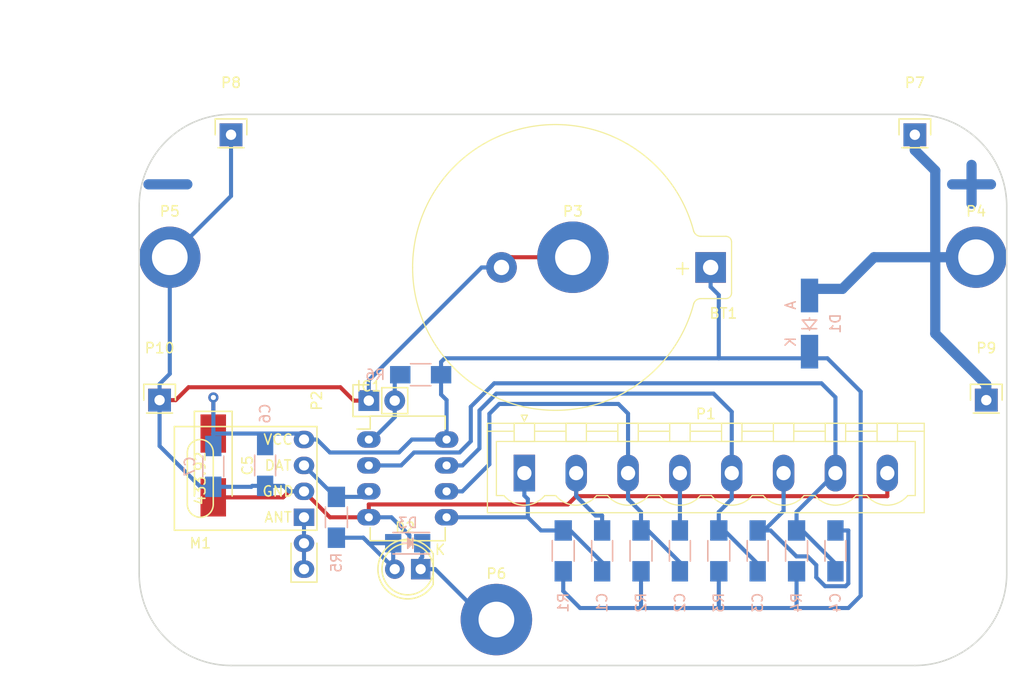
<source format=kicad_pcb>
(kicad_pcb (version 20171130) (host pcbnew "(5.1.12)-1")

  (general
    (thickness 1.6)
    (drawings 33)
    (tracks 202)
    (zones 0)
    (modules 29)
    (nets 12)
  )

  (page A4)
  (layers
    (0 F.Cu signal)
    (31 B.Cu signal)
    (32 B.Adhes user hide)
    (33 F.Adhes user hide)
    (34 B.Paste user)
    (35 F.Paste user)
    (36 B.SilkS user)
    (37 F.SilkS user)
    (38 B.Mask user)
    (39 F.Mask user)
    (40 Dwgs.User user)
    (41 Cmts.User user)
    (42 Eco1.User user)
    (43 Eco2.User user)
    (44 Edge.Cuts user)
    (45 Margin user)
    (46 B.CrtYd user)
    (47 F.CrtYd user)
    (48 B.Fab user)
    (49 F.Fab user)
  )

  (setup
    (last_trace_width 0.4)
    (trace_clearance 0.26)
    (zone_clearance 0.508)
    (zone_45_only no)
    (trace_min 0.2)
    (via_size 1)
    (via_drill 0.5)
    (via_min_size 0.4)
    (via_min_drill 0.3)
    (uvia_size 0.3)
    (uvia_drill 0.1)
    (uvias_allowed no)
    (uvia_min_size 0.2)
    (uvia_min_drill 0.1)
    (edge_width 0.15)
    (segment_width 0.2)
    (pcb_text_width 0.3)
    (pcb_text_size 1.5 1.5)
    (mod_edge_width 0.15)
    (mod_text_size 1 1)
    (mod_text_width 0.15)
    (pad_size 6 6)
    (pad_drill 3.5)
    (pad_to_mask_clearance 0.2)
    (aux_axis_origin 0 0)
    (visible_elements 7FFFFFFF)
    (pcbplotparams
      (layerselection 0x310f0_80000001)
      (usegerberextensions true)
      (usegerberattributes true)
      (usegerberadvancedattributes true)
      (creategerberjobfile true)
      (excludeedgelayer true)
      (linewidth 0.100000)
      (plotframeref false)
      (viasonmask false)
      (mode 1)
      (useauxorigin false)
      (hpglpennumber 1)
      (hpglpenspeed 20)
      (hpglpendiameter 15.000000)
      (psnegative false)
      (psa4output false)
      (plotreference true)
      (plotvalue true)
      (plotinvisibletext false)
      (padsonsilk false)
      (subtractmaskfromsilk false)
      (outputformat 1)
      (mirror false)
      (drillshape 0)
      (scaleselection 1)
      (outputdirectory "plot"))
  )

  (net 0 "")
  (net 1 GND)
  (net 2 /IN0)
  (net 3 /IN1)
  (net 4 /IN2)
  (net 5 /IN3)
  (net 6 +3V3)
  (net 7 /LED)
  (net 8 /OUT)
  (net 9 /RESETn)
  (net 10 /ANT)
  (net 11 /VBAT)

  (net_class Default "This is the default net class."
    (clearance 0.26)
    (trace_width 0.4)
    (via_dia 1)
    (via_drill 0.5)
    (uvia_dia 0.3)
    (uvia_drill 0.1)
    (add_net +3V3)
    (add_net /ANT)
    (add_net /IN0)
    (add_net /IN1)
    (add_net /IN2)
    (add_net /IN3)
    (add_net /LED)
    (add_net /OUT)
    (add_net /RESETn)
    (add_net GND)
  )

  (net_class Power ""
    (clearance 0.5)
    (trace_width 1)
    (via_dia 1)
    (via_drill 0.5)
    (uvia_dia 0.3)
    (uvia_drill 0.1)
    (add_net /VBAT)
  )

  (module syn115:SYN115 (layer F.Cu) (tedit 59199F9F) (tstamp 59119146)
    (at 57.15 154.94 180)
    (descr "Through hole pin header, 1x04, 2.00mm pitch, single row")
    (tags "pin header single row")
    (path /591033D1)
    (fp_text reference M1 (at 10.16 -5.08 180) (layer F.SilkS)
      (effects (font (size 1 1) (thickness 0.15)))
    )
    (fp_text value SYN115 (at 6.35 1.27 90) (layer F.Fab)
      (effects (font (size 1 1) (thickness 0.15)))
    )
    (fp_line (start -1.27 6.35) (end -1.27 -3.81) (layer F.SilkS) (width 0.15))
    (fp_line (start 12.7 6.35) (end -1.27 6.35) (layer F.SilkS) (width 0.15))
    (fp_line (start 12.7 -3.81) (end 12.7 6.35) (layer F.SilkS) (width 0.15))
    (fp_line (start -1.27 -3.81) (end 12.7 -3.81) (layer F.SilkS) (width 0.15))
    (fp_line (start 11.43 -1.27) (end 11.43 3.81) (layer F.SilkS) (width 0.15))
    (fp_line (start 8.89 -1.27) (end 8.89 3.81) (layer F.SilkS) (width 0.15))
    (fp_line (start -1.27 -5.08) (end -1.27 -8.89) (layer F.SilkS) (width 0.15))
    (fp_line (start -1.27 -8.89) (end 1.27 -8.89) (layer F.SilkS) (width 0.15))
    (fp_line (start 1.27 -8.89) (end 1.27 -5.08) (layer F.SilkS) (width 0.15))
    (fp_text user 433.92 (at 10.16 1.27 270) (layer F.SilkS)
      (effects (font (size 1 1) (thickness 0.15)))
    )
    (fp_text user VCC (at 2.54 5.08 180) (layer F.SilkS)
      (effects (font (size 1 1) (thickness 0.15)))
    )
    (fp_text user DAT (at 2.54 2.54 180) (layer F.SilkS)
      (effects (font (size 1 1) (thickness 0.15)))
    )
    (fp_text user GND (at 2.54 0 180) (layer F.SilkS)
      (effects (font (size 1 1) (thickness 0.15)))
    )
    (fp_text user ANT (at 2.54 -2.54 180) (layer F.SilkS)
      (effects (font (size 1 1) (thickness 0.15)))
    )
    (fp_arc (start 10.16 -1.27) (end 8.89 -1.27) (angle 180) (layer F.SilkS) (width 0.15))
    (fp_arc (start 10.16 3.81) (end 11.43 3.81) (angle 180) (layer F.SilkS) (width 0.15))
    (pad 1 thru_hole rect (at 0 -2.54 180) (size 2 1.7) (drill 1) (layers *.Cu *.Mask)
      (net 10 /ANT))
    (pad 2 thru_hole oval (at 0 0 180) (size 2 1.7) (drill 1) (layers *.Cu *.Mask)
      (net 1 GND))
    (pad 3 thru_hole oval (at 0 2.54 180) (size 2 1.7) (drill 1) (layers *.Cu *.Mask)
      (net 8 /OUT))
    (pad 4 thru_hole oval (at 0 5.08 180) (size 2 1.7) (drill 1) (layers *.Cu *.Mask)
      (net 6 +3V3))
    (pad 1 thru_hole oval (at 0 -5.08 180) (size 2 1.7) (drill 1) (layers *.Cu *.Mask)
      (net 10 /ANT))
    (pad 1 thru_hole oval (at 0 -7.62 180) (size 2 1.7) (drill 1) (layers *.Cu *.Mask)
      (net 10 /ANT))
    (model Pin_Headers.3dshapes/Pin_Header_Straight_1x04_Pitch2.00mm.wrl
      (at (xyz 0 0 0))
      (scale (xyz 1 1 1))
      (rotate (xyz 0 0 0))
    )
  )

  (module Connectors_Phoenix:PhoenixContact_MSTBVA-G_08x5.08mm_Vertical (layer F.Cu) (tedit 58AC498B) (tstamp 59106882)
    (at 78.74 153.15)
    (descr "Generic Phoenix Contact connector footprint for series: MSTBVA-G; number of pins: 08; pin pitch: 5.08mm; Vertical || order number: 1755794 12A || order number: 1924363 16A (HC)")
    (tags "phoenix_contact connector MSTBVA_01x08_G_5.08mm")
    (path /59103860)
    (fp_text reference P1 (at 17.78 -5.8) (layer F.SilkS)
      (effects (font (size 1 1) (thickness 0.15)))
    )
    (fp_text value CONN_01X08 (at 17.78 4.8) (layer F.Fab)
      (effects (font (size 1 1) (thickness 0.15)))
    )
    (fp_line (start -0.5 -3.55) (end 0.5 -3.55) (layer F.Fab) (width 0.1))
    (fp_line (start 0 -2.55) (end -0.5 -3.55) (layer F.Fab) (width 0.1))
    (fp_line (start 0.5 -3.55) (end 0 -2.55) (layer F.Fab) (width 0.1))
    (fp_line (start -0.3 -5.68) (end 0.3 -5.68) (layer F.SilkS) (width 0.12))
    (fp_line (start 0 -5.08) (end -0.3 -5.68) (layer F.SilkS) (width 0.12))
    (fp_line (start 0.3 -5.68) (end 0 -5.08) (layer F.SilkS) (width 0.12))
    (fp_line (start 39.6 -5.3) (end -4.04 -5.3) (layer F.CrtYd) (width 0.05))
    (fp_line (start 39.6 4.3) (end 39.6 -5.3) (layer F.CrtYd) (width 0.05))
    (fp_line (start -4.04 4.3) (end 39.6 4.3) (layer F.CrtYd) (width 0.05))
    (fp_line (start -4.04 -5.3) (end -4.04 4.3) (layer F.CrtYd) (width 0.05))
    (fp_line (start 38.3 2.2) (end 37.56 2.2) (layer F.SilkS) (width 0.12))
    (fp_line (start 38.3 -3.1) (end 38.3 2.2) (layer F.SilkS) (width 0.12))
    (fp_line (start -2.74 -3.1) (end 38.3 -3.1) (layer F.SilkS) (width 0.12))
    (fp_line (start -2.74 2.2) (end -2.74 -3.1) (layer F.SilkS) (width 0.12))
    (fp_line (start -2 2.2) (end -2.74 2.2) (layer F.SilkS) (width 0.12))
    (fp_line (start 32.48 2.2) (end 33.56 2.2) (layer F.SilkS) (width 0.12))
    (fp_line (start 27.4 2.2) (end 28.48 2.2) (layer F.SilkS) (width 0.12))
    (fp_line (start 22.32 2.2) (end 23.4 2.2) (layer F.SilkS) (width 0.12))
    (fp_line (start 17.24 2.2) (end 18.32 2.2) (layer F.SilkS) (width 0.12))
    (fp_line (start 12.16 2.2) (end 13.24 2.2) (layer F.SilkS) (width 0.12))
    (fp_line (start 7.08 2.2) (end 8.16 2.2) (layer F.SilkS) (width 0.12))
    (fp_line (start 2 2.2) (end 3.08 2.2) (layer F.SilkS) (width 0.12))
    (fp_line (start 36.56 -3.1) (end 34.56 -3.1) (layer F.SilkS) (width 0.12))
    (fp_line (start 36.56 -4.88) (end 36.56 -3.1) (layer F.SilkS) (width 0.12))
    (fp_line (start 34.56 -4.88) (end 36.56 -4.88) (layer F.SilkS) (width 0.12))
    (fp_line (start 34.56 -3.1) (end 34.56 -4.88) (layer F.SilkS) (width 0.12))
    (fp_line (start 31.48 -3.1) (end 29.48 -3.1) (layer F.SilkS) (width 0.12))
    (fp_line (start 31.48 -4.88) (end 31.48 -3.1) (layer F.SilkS) (width 0.12))
    (fp_line (start 29.48 -4.88) (end 31.48 -4.88) (layer F.SilkS) (width 0.12))
    (fp_line (start 29.48 -3.1) (end 29.48 -4.88) (layer F.SilkS) (width 0.12))
    (fp_line (start 26.4 -3.1) (end 24.4 -3.1) (layer F.SilkS) (width 0.12))
    (fp_line (start 26.4 -4.88) (end 26.4 -3.1) (layer F.SilkS) (width 0.12))
    (fp_line (start 24.4 -4.88) (end 26.4 -4.88) (layer F.SilkS) (width 0.12))
    (fp_line (start 24.4 -3.1) (end 24.4 -4.88) (layer F.SilkS) (width 0.12))
    (fp_line (start 21.32 -3.1) (end 19.32 -3.1) (layer F.SilkS) (width 0.12))
    (fp_line (start 21.32 -4.88) (end 21.32 -3.1) (layer F.SilkS) (width 0.12))
    (fp_line (start 19.32 -4.88) (end 21.32 -4.88) (layer F.SilkS) (width 0.12))
    (fp_line (start 19.32 -3.1) (end 19.32 -4.88) (layer F.SilkS) (width 0.12))
    (fp_line (start 16.24 -3.1) (end 14.24 -3.1) (layer F.SilkS) (width 0.12))
    (fp_line (start 16.24 -4.88) (end 16.24 -3.1) (layer F.SilkS) (width 0.12))
    (fp_line (start 14.24 -4.88) (end 16.24 -4.88) (layer F.SilkS) (width 0.12))
    (fp_line (start 14.24 -3.1) (end 14.24 -4.88) (layer F.SilkS) (width 0.12))
    (fp_line (start 11.16 -3.1) (end 9.16 -3.1) (layer F.SilkS) (width 0.12))
    (fp_line (start 11.16 -4.88) (end 11.16 -3.1) (layer F.SilkS) (width 0.12))
    (fp_line (start 9.16 -4.88) (end 11.16 -4.88) (layer F.SilkS) (width 0.12))
    (fp_line (start 9.16 -3.1) (end 9.16 -4.88) (layer F.SilkS) (width 0.12))
    (fp_line (start 6.08 -3.1) (end 4.08 -3.1) (layer F.SilkS) (width 0.12))
    (fp_line (start 6.08 -4.88) (end 6.08 -3.1) (layer F.SilkS) (width 0.12))
    (fp_line (start 4.08 -4.88) (end 6.08 -4.88) (layer F.SilkS) (width 0.12))
    (fp_line (start 4.08 -3.1) (end 4.08 -4.88) (layer F.SilkS) (width 0.12))
    (fp_line (start 1 -3.1) (end -1 -3.1) (layer F.SilkS) (width 0.12))
    (fp_line (start 1 -4.88) (end 1 -3.1) (layer F.SilkS) (width 0.12))
    (fp_line (start -1 -4.88) (end 1 -4.88) (layer F.SilkS) (width 0.12))
    (fp_line (start -1 -3.1) (end -1 -4.88) (layer F.SilkS) (width 0.12))
    (fp_line (start 31.48 -4.1) (end 34.56 -4.1) (layer F.SilkS) (width 0.12))
    (fp_line (start 26.4 -4.1) (end 29.48 -4.1) (layer F.SilkS) (width 0.12))
    (fp_line (start 21.32 -4.1) (end 24.4 -4.1) (layer F.SilkS) (width 0.12))
    (fp_line (start 16.24 -4.1) (end 19.32 -4.1) (layer F.SilkS) (width 0.12))
    (fp_line (start 11.16 -4.1) (end 14.24 -4.1) (layer F.SilkS) (width 0.12))
    (fp_line (start 6.08 -4.1) (end 9.16 -4.1) (layer F.SilkS) (width 0.12))
    (fp_line (start 1 -4.1) (end 4.08 -4.1) (layer F.SilkS) (width 0.12))
    (fp_line (start 39.18 -4.1) (end 36.64 -4.1) (layer F.SilkS) (width 0.12))
    (fp_line (start -3.62 -4.1) (end -1.08 -4.1) (layer F.SilkS) (width 0.12))
    (fp_line (start 39.1 -4.8) (end -3.54 -4.8) (layer F.Fab) (width 0.1))
    (fp_line (start 39.1 3.8) (end 39.1 -4.8) (layer F.Fab) (width 0.1))
    (fp_line (start -3.54 3.8) (end 39.1 3.8) (layer F.Fab) (width 0.1))
    (fp_line (start -3.54 -4.8) (end -3.54 3.8) (layer F.Fab) (width 0.1))
    (fp_line (start 39.18 -4.88) (end -3.62 -4.88) (layer F.SilkS) (width 0.12))
    (fp_line (start 39.18 3.88) (end 39.18 -4.88) (layer F.SilkS) (width 0.12))
    (fp_line (start -3.62 3.88) (end 39.18 3.88) (layer F.SilkS) (width 0.12))
    (fp_line (start -3.62 -4.88) (end -3.62 3.88) (layer F.SilkS) (width 0.12))
    (fp_text user %R (at 17.78 -3) (layer F.Fab)
      (effects (font (size 1 1) (thickness 0.15)))
    )
    (fp_arc (start 0 0.55) (end -2 2.2) (angle -100.5) (layer F.SilkS) (width 0.12))
    (fp_arc (start 5.08 0.55) (end 3.08 2.2) (angle -100.5) (layer F.SilkS) (width 0.12))
    (fp_arc (start 10.16 0.55) (end 8.16 2.2) (angle -100.5) (layer F.SilkS) (width 0.12))
    (fp_arc (start 15.24 0.55) (end 13.24 2.2) (angle -100.5) (layer F.SilkS) (width 0.12))
    (fp_arc (start 20.32 0.55) (end 18.32 2.2) (angle -100.5) (layer F.SilkS) (width 0.12))
    (fp_arc (start 25.4 0.55) (end 23.4 2.2) (angle -100.5) (layer F.SilkS) (width 0.12))
    (fp_arc (start 30.48 0.55) (end 28.48 2.2) (angle -100.5) (layer F.SilkS) (width 0.12))
    (fp_arc (start 35.56 0.55) (end 33.56 2.2) (angle -100.5) (layer F.SilkS) (width 0.12))
    (pad 1 thru_hole rect (at 0 0) (size 2.1 3.6) (drill 1.4) (layers *.Cu *.Mask)
      (net 2 /IN0))
    (pad 2 thru_hole oval (at 5.08 0) (size 2.1 3.6) (drill 1.4) (layers *.Cu *.Mask)
      (net 1 GND))
    (pad 3 thru_hole oval (at 10.16 0) (size 2.1 3.6) (drill 1.4) (layers *.Cu *.Mask)
      (net 3 /IN1))
    (pad 4 thru_hole oval (at 15.24 0) (size 2.1 3.6) (drill 1.4) (layers *.Cu *.Mask)
      (net 1 GND))
    (pad 5 thru_hole oval (at 20.32 0) (size 2.1 3.6) (drill 1.4) (layers *.Cu *.Mask)
      (net 4 /IN2))
    (pad 6 thru_hole oval (at 25.4 0) (size 2.1 3.6) (drill 1.4) (layers *.Cu *.Mask)
      (net 1 GND))
    (pad 7 thru_hole oval (at 30.48 0) (size 2.1 3.6) (drill 1.4) (layers *.Cu *.Mask)
      (net 5 /IN3))
    (pad 8 thru_hole oval (at 35.56 0) (size 2.1 3.6) (drill 1.4) (layers *.Cu *.Mask)
      (net 1 GND))
    (model Connectors_Phoenix.3dshapes/PhoenixContact_MSTBVA-G_08x5.08mm_Vertical.wrl
      (at (xyz 0 0 0))
      (scale (xyz 1 1 1))
      (rotate (xyz 0 0 0))
    )
  )

  (module Resistors_SMD:R_1206_HandSoldering (layer B.Cu) (tedit 58307C0D) (tstamp 59103776)
    (at 82.55 160.77 90)
    (descr "Resistor SMD 1206, hand soldering")
    (tags "resistor 1206")
    (path /59104329)
    (attr smd)
    (fp_text reference R1 (at -5.08 0 90) (layer B.SilkS)
      (effects (font (size 1 1) (thickness 0.15)) (justify mirror))
    )
    (fp_text value 1M (at 4.445 0 180) (layer B.Fab)
      (effects (font (size 1 1) (thickness 0.15)) (justify mirror))
    )
    (fp_line (start -1 1.075) (end 1 1.075) (layer B.SilkS) (width 0.15))
    (fp_line (start 1 -1.075) (end -1 -1.075) (layer B.SilkS) (width 0.15))
    (fp_line (start 3.3 1.2) (end 3.3 -1.2) (layer B.CrtYd) (width 0.05))
    (fp_line (start -3.3 1.2) (end -3.3 -1.2) (layer B.CrtYd) (width 0.05))
    (fp_line (start -3.3 -1.2) (end 3.3 -1.2) (layer B.CrtYd) (width 0.05))
    (fp_line (start -3.3 1.2) (end 3.3 1.2) (layer B.CrtYd) (width 0.05))
    (fp_line (start -1.6 0.8) (end 1.6 0.8) (layer B.Fab) (width 0.1))
    (fp_line (start 1.6 0.8) (end 1.6 -0.8) (layer B.Fab) (width 0.1))
    (fp_line (start 1.6 -0.8) (end -1.6 -0.8) (layer B.Fab) (width 0.1))
    (fp_line (start -1.6 -0.8) (end -1.6 0.8) (layer B.Fab) (width 0.1))
    (pad 1 smd rect (at -2 0 90) (size 2 1.7) (layers B.Cu B.Paste B.Mask)
      (net 6 +3V3))
    (pad 2 smd rect (at 2 0 90) (size 2 1.7) (layers B.Cu B.Paste B.Mask)
      (net 2 /IN0))
    (model Resistors_SMD.3dshapes/R_1206_HandSoldering.wrl
      (at (xyz 0 0 0))
      (scale (xyz 1 1 1))
      (rotate (xyz 0 0 0))
    )
  )

  (module Resistors_SMD:R_1206_HandSoldering (layer B.Cu) (tedit 58307C0D) (tstamp 5910377C)
    (at 90.17 160.77 90)
    (descr "Resistor SMD 1206, hand soldering")
    (tags "resistor 1206")
    (path /59104EA6)
    (attr smd)
    (fp_text reference R2 (at -5.08 0 90) (layer B.SilkS)
      (effects (font (size 1 1) (thickness 0.15)) (justify mirror))
    )
    (fp_text value 1M (at 4.445 0 180) (layer B.Fab)
      (effects (font (size 1 1) (thickness 0.15)) (justify mirror))
    )
    (fp_line (start -1 1.075) (end 1 1.075) (layer B.SilkS) (width 0.15))
    (fp_line (start 1 -1.075) (end -1 -1.075) (layer B.SilkS) (width 0.15))
    (fp_line (start 3.3 1.2) (end 3.3 -1.2) (layer B.CrtYd) (width 0.05))
    (fp_line (start -3.3 1.2) (end -3.3 -1.2) (layer B.CrtYd) (width 0.05))
    (fp_line (start -3.3 -1.2) (end 3.3 -1.2) (layer B.CrtYd) (width 0.05))
    (fp_line (start -3.3 1.2) (end 3.3 1.2) (layer B.CrtYd) (width 0.05))
    (fp_line (start -1.6 0.8) (end 1.6 0.8) (layer B.Fab) (width 0.1))
    (fp_line (start 1.6 0.8) (end 1.6 -0.8) (layer B.Fab) (width 0.1))
    (fp_line (start 1.6 -0.8) (end -1.6 -0.8) (layer B.Fab) (width 0.1))
    (fp_line (start -1.6 -0.8) (end -1.6 0.8) (layer B.Fab) (width 0.1))
    (pad 1 smd rect (at -2 0 90) (size 2 1.7) (layers B.Cu B.Paste B.Mask)
      (net 6 +3V3))
    (pad 2 smd rect (at 2 0 90) (size 2 1.7) (layers B.Cu B.Paste B.Mask)
      (net 3 /IN1))
    (model Resistors_SMD.3dshapes/R_1206_HandSoldering.wrl
      (at (xyz 0 0 0))
      (scale (xyz 1 1 1))
      (rotate (xyz 0 0 0))
    )
  )

  (module Capacitors_SMD:C_1206_HandSoldering (layer B.Cu) (tedit 541A9C03) (tstamp 59103732)
    (at 86.36 160.77 90)
    (descr "Capacitor SMD 1206, hand soldering")
    (tags "capacitor 1206")
    (path /59104456)
    (attr smd)
    (fp_text reference C1 (at -5.08 0 90) (layer B.SilkS)
      (effects (font (size 1 1) (thickness 0.15)) (justify mirror))
    )
    (fp_text value 100nF (at 4.445 0 180) (layer B.Fab)
      (effects (font (size 1 1) (thickness 0.15)) (justify mirror))
    )
    (fp_line (start -1 -1.025) (end 1 -1.025) (layer B.SilkS) (width 0.15))
    (fp_line (start 1 1.025) (end -1 1.025) (layer B.SilkS) (width 0.15))
    (fp_line (start 3.3 1.15) (end 3.3 -1.15) (layer B.CrtYd) (width 0.05))
    (fp_line (start -3.3 1.15) (end -3.3 -1.15) (layer B.CrtYd) (width 0.05))
    (fp_line (start -3.3 -1.15) (end 3.3 -1.15) (layer B.CrtYd) (width 0.05))
    (fp_line (start -3.3 1.15) (end 3.3 1.15) (layer B.CrtYd) (width 0.05))
    (fp_line (start -1.6 0.8) (end 1.6 0.8) (layer B.Fab) (width 0.15))
    (fp_line (start 1.6 0.8) (end 1.6 -0.8) (layer B.Fab) (width 0.15))
    (fp_line (start 1.6 -0.8) (end -1.6 -0.8) (layer B.Fab) (width 0.15))
    (fp_line (start -1.6 -0.8) (end -1.6 0.8) (layer B.Fab) (width 0.15))
    (pad 1 smd rect (at -2 0 90) (size 2 1.6) (layers B.Cu B.Paste B.Mask)
      (net 2 /IN0))
    (pad 2 smd rect (at 2 0 90) (size 2 1.6) (layers B.Cu B.Paste B.Mask)
      (net 1 GND))
    (model Capacitors_SMD.3dshapes/C_1206_HandSoldering.wrl
      (at (xyz 0 0 0))
      (scale (xyz 1 1 1))
      (rotate (xyz 0 0 0))
    )
  )

  (module Capacitors_SMD:C_1206_HandSoldering (layer B.Cu) (tedit 541A9C03) (tstamp 59103738)
    (at 93.98 160.77 90)
    (descr "Capacitor SMD 1206, hand soldering")
    (tags "capacitor 1206")
    (path /59104EAD)
    (attr smd)
    (fp_text reference C2 (at -5.08 0 90) (layer B.SilkS)
      (effects (font (size 1 1) (thickness 0.15)) (justify mirror))
    )
    (fp_text value 100nF (at 4.445 0 180) (layer B.Fab)
      (effects (font (size 1 1) (thickness 0.15)) (justify mirror))
    )
    (fp_line (start -1 -1.025) (end 1 -1.025) (layer B.SilkS) (width 0.15))
    (fp_line (start 1 1.025) (end -1 1.025) (layer B.SilkS) (width 0.15))
    (fp_line (start 3.3 1.15) (end 3.3 -1.15) (layer B.CrtYd) (width 0.05))
    (fp_line (start -3.3 1.15) (end -3.3 -1.15) (layer B.CrtYd) (width 0.05))
    (fp_line (start -3.3 -1.15) (end 3.3 -1.15) (layer B.CrtYd) (width 0.05))
    (fp_line (start -3.3 1.15) (end 3.3 1.15) (layer B.CrtYd) (width 0.05))
    (fp_line (start -1.6 0.8) (end 1.6 0.8) (layer B.Fab) (width 0.15))
    (fp_line (start 1.6 0.8) (end 1.6 -0.8) (layer B.Fab) (width 0.15))
    (fp_line (start 1.6 -0.8) (end -1.6 -0.8) (layer B.Fab) (width 0.15))
    (fp_line (start -1.6 -0.8) (end -1.6 0.8) (layer B.Fab) (width 0.15))
    (pad 1 smd rect (at -2 0 90) (size 2 1.6) (layers B.Cu B.Paste B.Mask)
      (net 3 /IN1))
    (pad 2 smd rect (at 2 0 90) (size 2 1.6) (layers B.Cu B.Paste B.Mask)
      (net 1 GND))
    (model Capacitors_SMD.3dshapes/C_1206_HandSoldering.wrl
      (at (xyz 0 0 0))
      (scale (xyz 1 1 1))
      (rotate (xyz 0 0 0))
    )
  )

  (module Capacitors_SMD:C_1206_HandSoldering (layer B.Cu) (tedit 541A9C03) (tstamp 5910373E)
    (at 101.6 160.77 90)
    (descr "Capacitor SMD 1206, hand soldering")
    (tags "capacitor 1206")
    (path /59105023)
    (attr smd)
    (fp_text reference C3 (at -5.08 0 90) (layer B.SilkS)
      (effects (font (size 1 1) (thickness 0.15)) (justify mirror))
    )
    (fp_text value 100nF (at 4.445 0 180) (layer B.Fab)
      (effects (font (size 1 1) (thickness 0.15)) (justify mirror))
    )
    (fp_line (start -1 -1.025) (end 1 -1.025) (layer B.SilkS) (width 0.15))
    (fp_line (start 1 1.025) (end -1 1.025) (layer B.SilkS) (width 0.15))
    (fp_line (start 3.3 1.15) (end 3.3 -1.15) (layer B.CrtYd) (width 0.05))
    (fp_line (start -3.3 1.15) (end -3.3 -1.15) (layer B.CrtYd) (width 0.05))
    (fp_line (start -3.3 -1.15) (end 3.3 -1.15) (layer B.CrtYd) (width 0.05))
    (fp_line (start -3.3 1.15) (end 3.3 1.15) (layer B.CrtYd) (width 0.05))
    (fp_line (start -1.6 0.8) (end 1.6 0.8) (layer B.Fab) (width 0.15))
    (fp_line (start 1.6 0.8) (end 1.6 -0.8) (layer B.Fab) (width 0.15))
    (fp_line (start 1.6 -0.8) (end -1.6 -0.8) (layer B.Fab) (width 0.15))
    (fp_line (start -1.6 -0.8) (end -1.6 0.8) (layer B.Fab) (width 0.15))
    (pad 1 smd rect (at -2 0 90) (size 2 1.6) (layers B.Cu B.Paste B.Mask)
      (net 4 /IN2))
    (pad 2 smd rect (at 2 0 90) (size 2 1.6) (layers B.Cu B.Paste B.Mask)
      (net 1 GND))
    (model Capacitors_SMD.3dshapes/C_1206_HandSoldering.wrl
      (at (xyz 0 0 0))
      (scale (xyz 1 1 1))
      (rotate (xyz 0 0 0))
    )
  )

  (module Capacitors_SMD:C_1206_HandSoldering (layer B.Cu) (tedit 541A9C03) (tstamp 59103744)
    (at 109.22 160.77 90)
    (descr "Capacitor SMD 1206, hand soldering")
    (tags "capacitor 1206")
    (path /5910503F)
    (attr smd)
    (fp_text reference C4 (at -5.08 0 90) (layer B.SilkS)
      (effects (font (size 1 1) (thickness 0.15)) (justify mirror))
    )
    (fp_text value 100nF (at 4.445 0 180) (layer B.Fab)
      (effects (font (size 1 1) (thickness 0.15)) (justify mirror))
    )
    (fp_line (start -1 -1.025) (end 1 -1.025) (layer B.SilkS) (width 0.15))
    (fp_line (start 1 1.025) (end -1 1.025) (layer B.SilkS) (width 0.15))
    (fp_line (start 3.3 1.15) (end 3.3 -1.15) (layer B.CrtYd) (width 0.05))
    (fp_line (start -3.3 1.15) (end -3.3 -1.15) (layer B.CrtYd) (width 0.05))
    (fp_line (start -3.3 -1.15) (end 3.3 -1.15) (layer B.CrtYd) (width 0.05))
    (fp_line (start -3.3 1.15) (end 3.3 1.15) (layer B.CrtYd) (width 0.05))
    (fp_line (start -1.6 0.8) (end 1.6 0.8) (layer B.Fab) (width 0.15))
    (fp_line (start 1.6 0.8) (end 1.6 -0.8) (layer B.Fab) (width 0.15))
    (fp_line (start 1.6 -0.8) (end -1.6 -0.8) (layer B.Fab) (width 0.15))
    (fp_line (start -1.6 -0.8) (end -1.6 0.8) (layer B.Fab) (width 0.15))
    (pad 1 smd rect (at -2 0 90) (size 2 1.6) (layers B.Cu B.Paste B.Mask)
      (net 5 /IN3))
    (pad 2 smd rect (at 2 0 90) (size 2 1.6) (layers B.Cu B.Paste B.Mask)
      (net 1 GND))
    (model Capacitors_SMD.3dshapes/C_1206_HandSoldering.wrl
      (at (xyz 0 0 0))
      (scale (xyz 1 1 1))
      (rotate (xyz 0 0 0))
    )
  )

  (module Capacitors_SMD:C_1206_HandSoldering (layer B.Cu) (tedit 541A9C03) (tstamp 59103750)
    (at 53.34 152.4 270)
    (descr "Capacitor SMD 1206, hand soldering")
    (tags "capacitor 1206")
    (path /59108977)
    (attr smd)
    (fp_text reference C6 (at -5.08 0 270) (layer B.SilkS)
      (effects (font (size 1 1) (thickness 0.15)) (justify mirror))
    )
    (fp_text value 100nF (at 6.35 0 270) (layer B.Fab)
      (effects (font (size 1 1) (thickness 0.15)) (justify mirror))
    )
    (fp_line (start -1 -1.025) (end 1 -1.025) (layer B.SilkS) (width 0.15))
    (fp_line (start 1 1.025) (end -1 1.025) (layer B.SilkS) (width 0.15))
    (fp_line (start 3.3 1.15) (end 3.3 -1.15) (layer B.CrtYd) (width 0.05))
    (fp_line (start -3.3 1.15) (end -3.3 -1.15) (layer B.CrtYd) (width 0.05))
    (fp_line (start -3.3 -1.15) (end 3.3 -1.15) (layer B.CrtYd) (width 0.05))
    (fp_line (start -3.3 1.15) (end 3.3 1.15) (layer B.CrtYd) (width 0.05))
    (fp_line (start -1.6 0.8) (end 1.6 0.8) (layer B.Fab) (width 0.15))
    (fp_line (start 1.6 0.8) (end 1.6 -0.8) (layer B.Fab) (width 0.15))
    (fp_line (start 1.6 -0.8) (end -1.6 -0.8) (layer B.Fab) (width 0.15))
    (fp_line (start -1.6 -0.8) (end -1.6 0.8) (layer B.Fab) (width 0.15))
    (pad 1 smd rect (at -2 0 270) (size 2 1.6) (layers B.Cu B.Paste B.Mask)
      (net 6 +3V3))
    (pad 2 smd rect (at 2 0 270) (size 2 1.6) (layers B.Cu B.Paste B.Mask)
      (net 1 GND))
    (model Capacitors_SMD.3dshapes/C_1206_HandSoldering.wrl
      (at (xyz 0 0 0))
      (scale (xyz 1 1 1))
      (rotate (xyz 0 0 0))
    )
  )

  (module Resistors_SMD:R_1206_HandSoldering (layer B.Cu) (tedit 58307C0D) (tstamp 59103782)
    (at 97.79 160.77 90)
    (descr "Resistor SMD 1206, hand soldering")
    (tags "resistor 1206")
    (path /5910501C)
    (attr smd)
    (fp_text reference R3 (at -5.08 0 90) (layer B.SilkS)
      (effects (font (size 1 1) (thickness 0.15)) (justify mirror))
    )
    (fp_text value 1M (at 4.445 0 180) (layer B.Fab)
      (effects (font (size 1 1) (thickness 0.15)) (justify mirror))
    )
    (fp_line (start -1 1.075) (end 1 1.075) (layer B.SilkS) (width 0.15))
    (fp_line (start 1 -1.075) (end -1 -1.075) (layer B.SilkS) (width 0.15))
    (fp_line (start 3.3 1.2) (end 3.3 -1.2) (layer B.CrtYd) (width 0.05))
    (fp_line (start -3.3 1.2) (end -3.3 -1.2) (layer B.CrtYd) (width 0.05))
    (fp_line (start -3.3 -1.2) (end 3.3 -1.2) (layer B.CrtYd) (width 0.05))
    (fp_line (start -3.3 1.2) (end 3.3 1.2) (layer B.CrtYd) (width 0.05))
    (fp_line (start -1.6 0.8) (end 1.6 0.8) (layer B.Fab) (width 0.1))
    (fp_line (start 1.6 0.8) (end 1.6 -0.8) (layer B.Fab) (width 0.1))
    (fp_line (start 1.6 -0.8) (end -1.6 -0.8) (layer B.Fab) (width 0.1))
    (fp_line (start -1.6 -0.8) (end -1.6 0.8) (layer B.Fab) (width 0.1))
    (pad 1 smd rect (at -2 0 90) (size 2 1.7) (layers B.Cu B.Paste B.Mask)
      (net 6 +3V3))
    (pad 2 smd rect (at 2 0 90) (size 2 1.7) (layers B.Cu B.Paste B.Mask)
      (net 4 /IN2))
    (model Resistors_SMD.3dshapes/R_1206_HandSoldering.wrl
      (at (xyz 0 0 0))
      (scale (xyz 1 1 1))
      (rotate (xyz 0 0 0))
    )
  )

  (module Resistors_SMD:R_1206_HandSoldering (layer B.Cu) (tedit 58307C0D) (tstamp 59103788)
    (at 105.41 160.77 90)
    (descr "Resistor SMD 1206, hand soldering")
    (tags "resistor 1206")
    (path /59105038)
    (attr smd)
    (fp_text reference R4 (at -5.08 0 90) (layer B.SilkS)
      (effects (font (size 1 1) (thickness 0.15)) (justify mirror))
    )
    (fp_text value 1M (at 4.445 0 180) (layer B.Fab)
      (effects (font (size 1 1) (thickness 0.15)) (justify mirror))
    )
    (fp_line (start -1 1.075) (end 1 1.075) (layer B.SilkS) (width 0.15))
    (fp_line (start 1 -1.075) (end -1 -1.075) (layer B.SilkS) (width 0.15))
    (fp_line (start 3.3 1.2) (end 3.3 -1.2) (layer B.CrtYd) (width 0.05))
    (fp_line (start -3.3 1.2) (end -3.3 -1.2) (layer B.CrtYd) (width 0.05))
    (fp_line (start -3.3 -1.2) (end 3.3 -1.2) (layer B.CrtYd) (width 0.05))
    (fp_line (start -3.3 1.2) (end 3.3 1.2) (layer B.CrtYd) (width 0.05))
    (fp_line (start -1.6 0.8) (end 1.6 0.8) (layer B.Fab) (width 0.1))
    (fp_line (start 1.6 0.8) (end 1.6 -0.8) (layer B.Fab) (width 0.1))
    (fp_line (start 1.6 -0.8) (end -1.6 -0.8) (layer B.Fab) (width 0.1))
    (fp_line (start -1.6 -0.8) (end -1.6 0.8) (layer B.Fab) (width 0.1))
    (pad 1 smd rect (at -2 0 90) (size 2 1.7) (layers B.Cu B.Paste B.Mask)
      (net 6 +3V3))
    (pad 2 smd rect (at 2 0 90) (size 2 1.7) (layers B.Cu B.Paste B.Mask)
      (net 5 /IN3))
    (model Resistors_SMD.3dshapes/R_1206_HandSoldering.wrl
      (at (xyz 0 0 0))
      (scale (xyz 1 1 1))
      (rotate (xyz 0 0 0))
    )
  )

  (module Resistors_SMD:R_1206_HandSoldering (layer B.Cu) (tedit 58307C0D) (tstamp 5910378E)
    (at 60.325 157.48 90)
    (descr "Resistor SMD 1206, hand soldering")
    (tags "resistor 1206")
    (path /59105DB2)
    (attr smd)
    (fp_text reference R5 (at -4.445 0 90) (layer B.SilkS)
      (effects (font (size 1 1) (thickness 0.15)) (justify mirror))
    )
    (fp_text value 1k (at 4.445 0 90) (layer B.Fab)
      (effects (font (size 1 1) (thickness 0.15)) (justify mirror))
    )
    (fp_line (start -1 1.075) (end 1 1.075) (layer B.SilkS) (width 0.15))
    (fp_line (start 1 -1.075) (end -1 -1.075) (layer B.SilkS) (width 0.15))
    (fp_line (start 3.3 1.2) (end 3.3 -1.2) (layer B.CrtYd) (width 0.05))
    (fp_line (start -3.3 1.2) (end -3.3 -1.2) (layer B.CrtYd) (width 0.05))
    (fp_line (start -3.3 -1.2) (end 3.3 -1.2) (layer B.CrtYd) (width 0.05))
    (fp_line (start -3.3 1.2) (end 3.3 1.2) (layer B.CrtYd) (width 0.05))
    (fp_line (start -1.6 0.8) (end 1.6 0.8) (layer B.Fab) (width 0.1))
    (fp_line (start 1.6 0.8) (end 1.6 -0.8) (layer B.Fab) (width 0.1))
    (fp_line (start 1.6 -0.8) (end -1.6 -0.8) (layer B.Fab) (width 0.1))
    (fp_line (start -1.6 -0.8) (end -1.6 0.8) (layer B.Fab) (width 0.1))
    (pad 1 smd rect (at -2 0 90) (size 2 1.7) (layers B.Cu B.Paste B.Mask)
      (net 7 /LED))
    (pad 2 smd rect (at 2 0 90) (size 2 1.7) (layers B.Cu B.Paste B.Mask)
      (net 8 /OUT))
    (model Resistors_SMD.3dshapes/R_1206_HandSoldering.wrl
      (at (xyz 0 0 0))
      (scale (xyz 1 1 1))
      (rotate (xyz 0 0 0))
    )
  )

  (module Resistors_SMD:R_1206_HandSoldering (layer B.Cu) (tedit 58307C0D) (tstamp 591061F3)
    (at 68.58 143.51 180)
    (descr "Resistor SMD 1206, hand soldering")
    (tags "resistor 1206")
    (path /591067B7)
    (attr smd)
    (fp_text reference R6 (at 4.445 0 180) (layer B.SilkS)
      (effects (font (size 1 1) (thickness 0.15)) (justify mirror))
    )
    (fp_text value 10k (at -5.08 0 180) (layer B.Fab)
      (effects (font (size 1 1) (thickness 0.15)) (justify mirror))
    )
    (fp_line (start -1 1.075) (end 1 1.075) (layer B.SilkS) (width 0.15))
    (fp_line (start 1 -1.075) (end -1 -1.075) (layer B.SilkS) (width 0.15))
    (fp_line (start 3.3 1.2) (end 3.3 -1.2) (layer B.CrtYd) (width 0.05))
    (fp_line (start -3.3 1.2) (end -3.3 -1.2) (layer B.CrtYd) (width 0.05))
    (fp_line (start -3.3 -1.2) (end 3.3 -1.2) (layer B.CrtYd) (width 0.05))
    (fp_line (start -3.3 1.2) (end 3.3 1.2) (layer B.CrtYd) (width 0.05))
    (fp_line (start -1.6 0.8) (end 1.6 0.8) (layer B.Fab) (width 0.1))
    (fp_line (start 1.6 0.8) (end 1.6 -0.8) (layer B.Fab) (width 0.1))
    (fp_line (start 1.6 -0.8) (end -1.6 -0.8) (layer B.Fab) (width 0.1))
    (fp_line (start -1.6 -0.8) (end -1.6 0.8) (layer B.Fab) (width 0.1))
    (pad 1 smd rect (at -2 0 180) (size 2 1.7) (layers B.Cu B.Paste B.Mask)
      (net 6 +3V3))
    (pad 2 smd rect (at 2 0 180) (size 2 1.7) (layers B.Cu B.Paste B.Mask)
      (net 9 /RESETn))
    (model Resistors_SMD.3dshapes/R_1206_HandSoldering.wrl
      (at (xyz 0 0 0))
      (scale (xyz 1 1 1))
      (rotate (xyz 0 0 0))
    )
  )

  (module Battery_Holders:Keystone_106_1x20mm-CoinCell (layer F.Cu) (tedit 5787C377) (tstamp 5910687D)
    (at 96.99 133 180)
    (descr http://www.keyelco.com/product-pdf.cfm?p=720)
    (tags "Keystone type 106 battery holder")
    (path /59102E6E)
    (fp_text reference BT1 (at -1.25 -4.5 180) (layer F.SilkS)
      (effects (font (size 1 1) (thickness 0.15)))
    )
    (fp_text value CR2032 (at 15.635 -14.605 180) (layer F.Fab)
      (effects (font (size 1 1) (thickness 0.15)))
    )
    (fp_line (start 22.6568 -6.858) (end 25.3419 -9.4288) (layer F.Fab) (width 0.1))
    (fp_line (start 22.6441 6.858) (end 25.35 9.3734) (layer F.Fab) (width 0.1))
    (fp_line (start 0 -1.3) (end 0 1.3) (layer F.Fab) (width 0.1))
    (fp_line (start 16.2 -1.3) (end 0 -1.3) (layer F.Fab) (width 0.1))
    (fp_line (start 0 1.3) (end 16.2 1.3) (layer F.Fab) (width 0.1))
    (fp_line (start -1.9 -2.5) (end -1.9 2.5) (layer F.Fab) (width 0.1))
    (fp_line (start -1.5 3.3) (end 0.95 3.3) (layer F.CrtYd) (width 0.05))
    (fp_line (start 0.95 -3.3) (end -1.5 -3.3) (layer F.CrtYd) (width 0.05))
    (fp_line (start -2.3 -2.5) (end -2.3 2.5) (layer F.CrtYd) (width 0.05))
    (fp_line (start -1.5 2.9) (end 0.95 2.9) (layer F.Fab) (width 0.1))
    (fp_line (start 0.95 -2.9) (end -1.5 -2.9) (layer F.Fab) (width 0.1))
    (fp_line (start -2.05 -2.5) (end -2.05 2.5) (layer F.SilkS) (width 0.12))
    (fp_line (start -1.5 3.05) (end 0.95 3.05) (layer F.SilkS) (width 0.12))
    (fp_line (start 0.95 -3.05) (end -1.5 -3.05) (layer F.SilkS) (width 0.12))
    (fp_text user + (at 2.75 0 180) (layer F.SilkS)
      (effects (font (size 1.5 1.5) (thickness 0.15)))
    )
    (fp_arc (start 15.2 0) (end 1.65 3.52) (angle -165.5) (layer F.SilkS) (width 0.12))
    (fp_arc (start 15.2 0) (end 1.8 3.5) (angle -165.5) (layer F.Fab) (width 0.1))
    (fp_arc (start 15.2 0) (end 1.65 -3.52) (angle 165.5) (layer F.SilkS) (width 0.12))
    (fp_arc (start 15.2 0) (end 1.8 -3.5) (angle 165.5) (layer F.Fab) (width 0.1))
    (fp_arc (start 0.95 3.8) (end 0.95 3.05) (angle 70) (layer F.SilkS) (width 0.12))
    (fp_arc (start 0.95 3.8) (end 0.95 2.9) (angle 70) (layer F.Fab) (width 0.1))
    (fp_arc (start 0.95 -3.8) (end 0.95 -3.05) (angle -70) (layer F.SilkS) (width 0.12))
    (fp_arc (start 0.95 -3.8) (end 0.95 -2.9) (angle -70) (layer F.Fab) (width 0.1))
    (fp_arc (start -1.5 -2.5) (end -2.05 -2.5) (angle 90) (layer F.SilkS) (width 0.12))
    (fp_arc (start -1.5 2.5) (end -2.05 2.5) (angle -90) (layer F.SilkS) (width 0.12))
    (fp_arc (start -1.5 2.5) (end -1.9 2.5) (angle -90) (layer F.Fab) (width 0.1))
    (fp_arc (start -1.5 -2.5) (end -2.3 -2.5) (angle 90) (layer F.CrtYd) (width 0.05))
    (fp_arc (start 0.95 3.8) (end 0.95 3.3) (angle 70) (layer F.CrtYd) (width 0.05))
    (fp_arc (start 15.2 0) (end 1.41 3.6) (angle -165.5) (layer F.CrtYd) (width 0.05))
    (fp_arc (start 15.2 0) (end 1.41 -3.6) (angle 165.5) (layer F.CrtYd) (width 0.05))
    (fp_arc (start 15.2 0) (end 5.18 1.3) (angle -180) (layer F.Fab) (width 0.1))
    (fp_arc (start 15.2 0) (end 9 1.3) (angle -170) (layer F.Fab) (width 0.1))
    (fp_arc (start 15.2 0) (end 13.3 1.3) (angle -150) (layer F.Fab) (width 0.1))
    (fp_arc (start 15.2 0) (end 13.3 -1.3) (angle 150) (layer F.Fab) (width 0.1))
    (fp_arc (start 15.2 0) (end 9 -1.3) (angle 170) (layer F.Fab) (width 0.1))
    (fp_arc (start 15.2 0) (end 5.18 -1.3) (angle 180) (layer F.Fab) (width 0.1))
    (fp_arc (start 0.95 -3.8) (end 0.95 -3.3) (angle -70) (layer F.CrtYd) (width 0.05))
    (fp_arc (start 16.2 0) (end 16.2 -1.3) (angle 180) (layer F.Fab) (width 0.1))
    (fp_arc (start -1.5 2.5) (end -2.3 2.5) (angle -90) (layer F.CrtYd) (width 0.05))
    (fp_arc (start -1.5 -2.5) (end -1.9 -2.5) (angle 90) (layer F.Fab) (width 0.1))
    (pad 2 thru_hole circle (at 20.49 0 180) (size 3 3) (drill 1.5) (layers *.Cu *.Mask)
      (net 1 GND))
    (pad 1 thru_hole rect (at 0 0 180) (size 3 3) (drill 1.5) (layers *.Cu *.Mask)
      (net 6 +3V3))
    (model Battery_Holders.3dshapes/Keystone_106_1x20mm-CoinCell.wrl
      (offset (xyz 15.23999977111816 0 0))
      (scale (xyz 1 1 1))
      (rotate (xyz 0 0 180))
    )
  )

  (module Pin_Headers:Pin_Header_Straight_1x01 (layer F.Cu) (tedit 54EA08DC) (tstamp 591214C3)
    (at 117 120)
    (descr "Through hole pin header")
    (tags "pin header")
    (path /5911EAC4)
    (fp_text reference P7 (at 0 -5.1) (layer F.SilkS)
      (effects (font (size 1 1) (thickness 0.15)))
    )
    (fp_text value BAT+ (at -4 0) (layer F.Fab)
      (effects (font (size 1 1) (thickness 0.15)))
    )
    (fp_line (start -1.27 1.27) (end 1.27 1.27) (layer F.SilkS) (width 0.15))
    (fp_line (start -1.55 -1.55) (end 1.55 -1.55) (layer F.SilkS) (width 0.15))
    (fp_line (start -1.55 0) (end -1.55 -1.55) (layer F.SilkS) (width 0.15))
    (fp_line (start -1.75 1.75) (end 1.75 1.75) (layer F.CrtYd) (width 0.05))
    (fp_line (start -1.75 -1.75) (end 1.75 -1.75) (layer F.CrtYd) (width 0.05))
    (fp_line (start 1.75 -1.75) (end 1.75 1.75) (layer F.CrtYd) (width 0.05))
    (fp_line (start -1.75 -1.75) (end -1.75 1.75) (layer F.CrtYd) (width 0.05))
    (fp_line (start 1.55 -1.55) (end 1.55 0) (layer F.SilkS) (width 0.15))
    (pad 1 thru_hole rect (at 0 0) (size 2.2352 2.2352) (drill 1.016) (layers *.Cu *.Mask)
      (net 11 /VBAT))
    (model Pin_Headers.3dshapes/Pin_Header_Straight_1x01.wrl
      (at (xyz 0 0 0))
      (scale (xyz 1 1 1))
      (rotate (xyz 0 0 90))
    )
  )

  (module Pin_Headers:Pin_Header_Straight_1x01 (layer F.Cu) (tedit 54EA08DC) (tstamp 591214C8)
    (at 50 120)
    (descr "Through hole pin header")
    (tags "pin header")
    (path /5912165E)
    (fp_text reference P8 (at 0 -5.1) (layer F.SilkS)
      (effects (font (size 1 1) (thickness 0.15)))
    )
    (fp_text value BAT- (at 4 0) (layer F.Fab)
      (effects (font (size 1 1) (thickness 0.15)))
    )
    (fp_line (start -1.27 1.27) (end 1.27 1.27) (layer F.SilkS) (width 0.15))
    (fp_line (start -1.55 -1.55) (end 1.55 -1.55) (layer F.SilkS) (width 0.15))
    (fp_line (start -1.55 0) (end -1.55 -1.55) (layer F.SilkS) (width 0.15))
    (fp_line (start -1.75 1.75) (end 1.75 1.75) (layer F.CrtYd) (width 0.05))
    (fp_line (start -1.75 -1.75) (end 1.75 -1.75) (layer F.CrtYd) (width 0.05))
    (fp_line (start 1.75 -1.75) (end 1.75 1.75) (layer F.CrtYd) (width 0.05))
    (fp_line (start -1.75 -1.75) (end -1.75 1.75) (layer F.CrtYd) (width 0.05))
    (fp_line (start 1.55 -1.55) (end 1.55 0) (layer F.SilkS) (width 0.15))
    (pad 1 thru_hole rect (at 0 0) (size 2.2352 2.2352) (drill 1.016) (layers *.Cu *.Mask)
      (net 1 GND))
    (model Pin_Headers.3dshapes/Pin_Header_Straight_1x01.wrl
      (at (xyz 0 0 0))
      (scale (xyz 1 1 1))
      (rotate (xyz 0 0 90))
    )
  )

  (module LEDs:LED-5MM (layer F.Cu) (tedit 5570F7EA) (tstamp 5912CE13)
    (at 68.58 162.56 180)
    (descr "LED 5mm round vertical")
    (tags "LED 5mm round vertical")
    (path /59105BC3)
    (fp_text reference D2 (at 1.524 4.064 180) (layer F.SilkS)
      (effects (font (size 1 1) (thickness 0.15)))
    )
    (fp_text value ORANGE (at 1.524 -3.937 180) (layer F.Fab)
      (effects (font (size 1 1) (thickness 0.15)))
    )
    (fp_circle (center 1.27 0) (end 0.97 -2.5) (layer F.SilkS) (width 0.15))
    (fp_line (start -1.23 1.5) (end -1.23 -1.5) (layer F.SilkS) (width 0.15))
    (fp_line (start -1.5 -1.55) (end -1.5 1.55) (layer F.CrtYd) (width 0.05))
    (fp_text user K (at -1.905 1.905 180) (layer F.SilkS)
      (effects (font (size 1 1) (thickness 0.15)))
    )
    (fp_arc (start 1.3 0) (end -1.5 1.55) (angle -302) (layer F.CrtYd) (width 0.05))
    (fp_arc (start 1.27 0) (end -1.23 -1.5) (angle 297.5) (layer F.SilkS) (width 0.15))
    (pad 1 thru_hole rect (at 0 0 270) (size 2 1.9) (drill 1.00076) (layers *.Cu *.Mask)
      (net 1 GND))
    (pad 2 thru_hole circle (at 2.54 0 180) (size 1.9 1.9) (drill 1.00076) (layers *.Cu *.Mask)
      (net 7 /LED))
    (model LEDs.3dshapes/LED-5MM.wrl
      (offset (xyz 1.269999980926514 0 0))
      (scale (xyz 1 1 1))
      (rotate (xyz 0 0 90))
    )
  )

  (module LEDs:LED_1206 (layer B.Cu) (tedit 57ABE035) (tstamp 5912CF5F)
    (at 67.31 160.02 180)
    (descr "LED 1206 smd package")
    (tags "LED1206 SMD")
    (path /5912D9C6)
    (attr smd)
    (fp_text reference D3 (at 0 2 180) (layer B.SilkS)
      (effects (font (size 1 1) (thickness 0.15)) (justify mirror))
    )
    (fp_text value ORANGE (at 0 -2 180) (layer B.Fab)
      (effects (font (size 1 1) (thickness 0.15)) (justify mirror))
    )
    (fp_line (start 2.5 -1.25) (end 2.5 1.25) (layer B.CrtYd) (width 0.05))
    (fp_line (start -2.5 -1.25) (end 2.5 -1.25) (layer B.CrtYd) (width 0.05))
    (fp_line (start -2.5 1.25) (end -2.5 -1.25) (layer B.CrtYd) (width 0.05))
    (fp_line (start 2.5 1.25) (end -2.5 1.25) (layer B.CrtYd) (width 0.05))
    (fp_line (start 0 -0.5) (end -0.5 0) (layer B.SilkS) (width 0.15))
    (fp_line (start 0 0.5) (end 0 -0.5) (layer B.SilkS) (width 0.15))
    (fp_line (start -0.5 0) (end 0 0.5) (layer B.SilkS) (width 0.15))
    (fp_line (start 0 0) (end 0.5 0) (layer B.SilkS) (width 0.15))
    (fp_line (start -0.5 0.5) (end -0.5 -0.5) (layer B.SilkS) (width 0.15))
    (fp_line (start -0.2 -0.05) (end -0.25 0) (layer B.SilkS) (width 0.15))
    (fp_line (start -0.2 0.2) (end -0.2 -0.05) (layer B.SilkS) (width 0.15))
    (fp_line (start -0.4 0) (end -0.2 0.2) (layer B.SilkS) (width 0.15))
    (fp_line (start -0.1 -0.3) (end -0.4 0) (layer B.SilkS) (width 0.15))
    (fp_line (start -0.1 0.3) (end -0.1 -0.3) (layer B.SilkS) (width 0.15))
    (fp_line (start -2.15 1.05) (end 1.45 1.05) (layer B.SilkS) (width 0.15))
    (fp_line (start -2.15 -1.05) (end 1.45 -1.05) (layer B.SilkS) (width 0.15))
    (fp_line (start -1.6 0.8) (end 1.6 0.8) (layer B.Fab) (width 0.15))
    (fp_line (start 1.6 0.8) (end 1.6 -0.8) (layer B.Fab) (width 0.15))
    (fp_line (start 1.6 -0.8) (end -1.6 -0.8) (layer B.Fab) (width 0.15))
    (fp_line (start -1.6 -0.8) (end -1.6 0.8) (layer B.Fab) (width 0.15))
    (fp_line (start 0 0.5) (end 0 -0.5) (layer B.Fab) (width 0.15))
    (fp_line (start 0 -0.5) (end -0.5 0) (layer B.Fab) (width 0.15))
    (fp_line (start -0.5 0) (end 0 0.5) (layer B.Fab) (width 0.15))
    (fp_line (start -0.5 0.5) (end -0.5 -0.5) (layer B.Fab) (width 0.15))
    (pad 2 smd rect (at 1.41986 0) (size 1.59766 1.80086) (layers B.Cu B.Paste B.Mask)
      (net 7 /LED))
    (pad 1 smd rect (at -1.41986 0) (size 1.59766 1.80086) (layers B.Cu B.Paste B.Mask)
      (net 1 GND))
    (model LEDs.3dshapes/LED_1206.wrl
      (at (xyz 0 0 0))
      (scale (xyz 1 1 1))
      (rotate (xyz 0 0 180))
    )
  )

  (module Pin_Headers:Pin_Header_Straight_1x02 (layer F.Cu) (tedit 54EA090C) (tstamp 5916F48B)
    (at 63.5 146.05 90)
    (descr "Through hole pin header")
    (tags "pin header")
    (path /5910624E)
    (fp_text reference P2 (at 0 -5.1 90) (layer F.SilkS)
      (effects (font (size 1 1) (thickness 0.15)))
    )
    (fp_text value CONN_02X01 (at 0 -3.1 90) (layer F.Fab)
      (effects (font (size 1 1) (thickness 0.15)))
    )
    (fp_line (start -1.27 3.81) (end 1.27 3.81) (layer F.SilkS) (width 0.15))
    (fp_line (start -1.27 1.27) (end -1.27 3.81) (layer F.SilkS) (width 0.15))
    (fp_line (start -1.55 -1.55) (end 1.55 -1.55) (layer F.SilkS) (width 0.15))
    (fp_line (start -1.55 0) (end -1.55 -1.55) (layer F.SilkS) (width 0.15))
    (fp_line (start 1.27 1.27) (end -1.27 1.27) (layer F.SilkS) (width 0.15))
    (fp_line (start -1.75 4.3) (end 1.75 4.3) (layer F.CrtYd) (width 0.05))
    (fp_line (start -1.75 -1.75) (end 1.75 -1.75) (layer F.CrtYd) (width 0.05))
    (fp_line (start 1.75 -1.75) (end 1.75 4.3) (layer F.CrtYd) (width 0.05))
    (fp_line (start -1.75 -1.75) (end -1.75 4.3) (layer F.CrtYd) (width 0.05))
    (fp_line (start 1.55 -1.55) (end 1.55 0) (layer F.SilkS) (width 0.15))
    (fp_line (start 1.27 1.27) (end 1.27 3.81) (layer F.SilkS) (width 0.15))
    (pad 1 thru_hole rect (at 0 0 90) (size 2.032 2.032) (drill 1.016) (layers *.Cu *.Mask)
      (net 1 GND))
    (pad 2 thru_hole oval (at 0 2.54 90) (size 2.032 2.032) (drill 1.016) (layers *.Cu *.Mask)
      (net 9 /RESETn))
    (model Pin_Headers.3dshapes/Pin_Header_Straight_1x02.wrl
      (offset (xyz 0 -1.269999980926514 0))
      (scale (xyz 1 1 1))
      (rotate (xyz 0 0 90))
    )
  )

  (module Capacitors_Tantalum_SMD:Tantalum_Case-U_EIA-6032-15_Hand (layer F.Cu) (tedit 57B6E980) (tstamp 59171496)
    (at 48.26 152.4 270)
    (descr "Tantalum capacitor, Case U, EIA 6032-15, 6.0x3.2x1.5mm, Hand soldering footprint")
    (tags "capacitor tantalum smd")
    (path /5910488C)
    (attr smd)
    (fp_text reference C5 (at 0 -3.35 270) (layer F.SilkS)
      (effects (font (size 1 1) (thickness 0.15)))
    )
    (fp_text value 4.7uF (at 0 3.35 270) (layer F.Fab)
      (effects (font (size 1 1) (thickness 0.15)))
    )
    (fp_line (start -5.3 -1.85) (end -5.3 1.85) (layer F.SilkS) (width 0.15))
    (fp_line (start -5.3 1.85) (end 3 1.85) (layer F.SilkS) (width 0.15))
    (fp_line (start -5.3 -1.85) (end 3 -1.85) (layer F.SilkS) (width 0.15))
    (fp_line (start -2.1 -1.6) (end -2.1 1.6) (layer F.Fab) (width 0.15))
    (fp_line (start -2.4 -1.6) (end -2.4 1.6) (layer F.Fab) (width 0.15))
    (fp_line (start 3 -1.6) (end -3 -1.6) (layer F.Fab) (width 0.15))
    (fp_line (start 3 1.6) (end 3 -1.6) (layer F.Fab) (width 0.15))
    (fp_line (start -3 1.6) (end 3 1.6) (layer F.Fab) (width 0.15))
    (fp_line (start -3 -1.6) (end -3 1.6) (layer F.Fab) (width 0.15))
    (fp_line (start 5.4 -2) (end -5.4 -2) (layer F.CrtYd) (width 0.05))
    (fp_line (start 5.4 2) (end 5.4 -2) (layer F.CrtYd) (width 0.05))
    (fp_line (start -5.4 2) (end 5.4 2) (layer F.CrtYd) (width 0.05))
    (fp_line (start -5.4 -2) (end -5.4 2) (layer F.CrtYd) (width 0.05))
    (pad 1 smd rect (at -3.125 0 270) (size 3.75 2.5) (layers F.Cu F.Paste F.Mask)
      (net 6 +3V3))
    (pad 2 smd rect (at 3.125 0 270) (size 3.75 2.5) (layers F.Cu F.Paste F.Mask)
      (net 1 GND))
    (model Capacitors_Tantalum_SMD.3dshapes/Tantalum_Case-U_EIA-6032-15.wrl
      (at (xyz 0 0 0))
      (scale (xyz 1 1 1))
      (rotate (xyz 0 0 0))
    )
  )

  (module Pin_Headers:Pin_Header_Straight_1x01 (layer F.Cu) (tedit 54EA08DC) (tstamp 59171F21)
    (at 124 146)
    (descr "Through hole pin header")
    (tags "pin header")
    (path /5917212A)
    (fp_text reference P9 (at 0 -5.1) (layer F.SilkS)
      (effects (font (size 1 1) (thickness 0.15)))
    )
    (fp_text value BAT+ (at -4 0) (layer F.Fab)
      (effects (font (size 1 1) (thickness 0.15)))
    )
    (fp_line (start -1.27 1.27) (end 1.27 1.27) (layer F.SilkS) (width 0.15))
    (fp_line (start -1.55 -1.55) (end 1.55 -1.55) (layer F.SilkS) (width 0.15))
    (fp_line (start -1.55 0) (end -1.55 -1.55) (layer F.SilkS) (width 0.15))
    (fp_line (start -1.75 1.75) (end 1.75 1.75) (layer F.CrtYd) (width 0.05))
    (fp_line (start -1.75 -1.75) (end 1.75 -1.75) (layer F.CrtYd) (width 0.05))
    (fp_line (start 1.75 -1.75) (end 1.75 1.75) (layer F.CrtYd) (width 0.05))
    (fp_line (start -1.75 -1.75) (end -1.75 1.75) (layer F.CrtYd) (width 0.05))
    (fp_line (start 1.55 -1.55) (end 1.55 0) (layer F.SilkS) (width 0.15))
    (pad 1 thru_hole rect (at 0 0) (size 2.2352 2.2352) (drill 1.016) (layers *.Cu *.Mask)
      (net 11 /VBAT))
    (model Pin_Headers.3dshapes/Pin_Header_Straight_1x01.wrl
      (at (xyz 0 0 0))
      (scale (xyz 1 1 1))
      (rotate (xyz 0 0 90))
    )
  )

  (module Pin_Headers:Pin_Header_Straight_1x01 (layer F.Cu) (tedit 54EA08DC) (tstamp 59171F26)
    (at 43 146)
    (descr "Through hole pin header")
    (tags "pin header")
    (path /5917221C)
    (fp_text reference P10 (at 0 -5.1) (layer F.SilkS)
      (effects (font (size 1 1) (thickness 0.15)))
    )
    (fp_text value BAT- (at 4 0) (layer F.Fab)
      (effects (font (size 1 1) (thickness 0.15)))
    )
    (fp_line (start -1.27 1.27) (end 1.27 1.27) (layer F.SilkS) (width 0.15))
    (fp_line (start -1.55 -1.55) (end 1.55 -1.55) (layer F.SilkS) (width 0.15))
    (fp_line (start -1.55 0) (end -1.55 -1.55) (layer F.SilkS) (width 0.15))
    (fp_line (start -1.75 1.75) (end 1.75 1.75) (layer F.CrtYd) (width 0.05))
    (fp_line (start -1.75 -1.75) (end 1.75 -1.75) (layer F.CrtYd) (width 0.05))
    (fp_line (start 1.75 -1.75) (end 1.75 1.75) (layer F.CrtYd) (width 0.05))
    (fp_line (start -1.75 -1.75) (end -1.75 1.75) (layer F.CrtYd) (width 0.05))
    (fp_line (start 1.55 -1.55) (end 1.55 0) (layer F.SilkS) (width 0.15))
    (pad 1 thru_hole rect (at 0 0) (size 2.2352 2.2352) (drill 1.016) (layers *.Cu *.Mask)
      (net 1 GND))
    (model Pin_Headers.3dshapes/Pin_Header_Straight_1x01.wrl
      (at (xyz 0 0 0))
      (scale (xyz 1 1 1))
      (rotate (xyz 0 0 90))
    )
  )

  (module Mounting_Holes:MountingHole_3.5mm_Pad (layer F.Cu) (tedit 56D1B4CB) (tstamp 5919B038)
    (at 83.5 132)
    (descr "Mounting Hole 3.5mm")
    (tags "mounting hole 3.5mm")
    (path /59119EC3)
    (fp_text reference P3 (at 0 -4.5) (layer F.SilkS)
      (effects (font (size 1 1) (thickness 0.15)))
    )
    (fp_text value Hole_3.5mm (at 0 4.5) (layer F.Fab)
      (effects (font (size 1 1) (thickness 0.15)))
    )
    (fp_circle (center 0 0) (end 3.75 0) (layer F.CrtYd) (width 0.05))
    (fp_circle (center 0 0) (end 3.5 0) (layer Cmts.User) (width 0.15))
    (pad 1 thru_hole circle (at 0 0) (size 7 7) (drill 3.5) (layers *.Cu *.Mask)
      (net 1 GND))
  )

  (module Mounting_Holes:MountingHole_3.5mm_Pad (layer F.Cu) (tedit 5919B05D) (tstamp 5919B03C)
    (at 123 132)
    (descr "Mounting Hole 3.5mm")
    (tags "mounting hole 3.5mm")
    (path /59119ECF)
    (fp_text reference P4 (at 0 -4.5) (layer F.SilkS)
      (effects (font (size 1 1) (thickness 0.15)))
    )
    (fp_text value Hole_3.5mm (at 0 4.5) (layer F.Fab)
      (effects (font (size 1 1) (thickness 0.15)))
    )
    (fp_circle (center 0 0) (end 3.75 0) (layer F.CrtYd) (width 0.05))
    (fp_circle (center 0 0) (end 3.5 0) (layer Cmts.User) (width 0.15))
    (pad 1 thru_hole circle (at 0 0) (size 6 6) (drill 3.5) (layers *.Cu *.Mask)
      (net 11 /VBAT))
  )

  (module Mounting_Holes:MountingHole_3.5mm_Pad (layer F.Cu) (tedit 5919B068) (tstamp 5919B040)
    (at 44 132)
    (descr "Mounting Hole 3.5mm")
    (tags "mounting hole 3.5mm")
    (path /59119B55)
    (fp_text reference P5 (at 0 -4.5) (layer F.SilkS)
      (effects (font (size 1 1) (thickness 0.15)))
    )
    (fp_text value Hole_3.5mm (at 0 4.5) (layer F.Fab)
      (effects (font (size 1 1) (thickness 0.15)))
    )
    (fp_circle (center 0 0) (end 3.75 0) (layer F.CrtYd) (width 0.05))
    (fp_circle (center 0 0) (end 3.5 0) (layer Cmts.User) (width 0.15))
    (pad 1 thru_hole circle (at 0 0) (size 6 6) (drill 3.5) (layers *.Cu *.Mask)
      (net 1 GND))
  )

  (module Mounting_Holes:MountingHole_3.5mm_Pad (layer F.Cu) (tedit 56D1B4CB) (tstamp 5919B044)
    (at 76 167.5)
    (descr "Mounting Hole 3.5mm")
    (tags "mounting hole 3.5mm")
    (path /59119D21)
    (fp_text reference P6 (at 0 -4.5) (layer F.SilkS)
      (effects (font (size 1 1) (thickness 0.15)))
    )
    (fp_text value Hole_3.5mm (at 0 4.5) (layer F.Fab)
      (effects (font (size 1 1) (thickness 0.15)))
    )
    (fp_circle (center 0 0) (end 3.75 0) (layer F.CrtYd) (width 0.05))
    (fp_circle (center 0 0) (end 3.5 0) (layer Cmts.User) (width 0.15))
    (pad 1 thru_hole circle (at 0 0) (size 7 7) (drill 3.5) (layers *.Cu *.Mask)
      (net 1 GND))
  )

  (module Housings_DIP:DIP-8_W7.62mm_LongPads (layer F.Cu) (tedit 54130A77) (tstamp 591AB1DE)
    (at 63.5 149.86)
    (descr "8-lead dip package, row spacing 7.62 mm (300 mils), longer pads")
    (tags "dil dip 2.54 300")
    (path /591027B2)
    (fp_text reference IC1 (at 0 -5.22) (layer F.SilkS)
      (effects (font (size 1 1) (thickness 0.15)))
    )
    (fp_text value ATTINY85V-P (at 0 -3.72) (layer F.Fab)
      (effects (font (size 1 1) (thickness 0.15)))
    )
    (fp_line (start 0.135 -1.025) (end -1.15 -1.025) (layer F.SilkS) (width 0.15))
    (fp_line (start 0.135 9.915) (end 7.485 9.915) (layer F.SilkS) (width 0.15))
    (fp_line (start 0.135 -2.295) (end 7.485 -2.295) (layer F.SilkS) (width 0.15))
    (fp_line (start 0.135 9.915) (end 0.135 8.645) (layer F.SilkS) (width 0.15))
    (fp_line (start 7.485 9.915) (end 7.485 8.645) (layer F.SilkS) (width 0.15))
    (fp_line (start 7.485 -2.295) (end 7.485 -1.025) (layer F.SilkS) (width 0.15))
    (fp_line (start 0.135 -2.295) (end 0.135 -1.025) (layer F.SilkS) (width 0.15))
    (fp_line (start -1.4 10.1) (end 9 10.1) (layer F.CrtYd) (width 0.05))
    (fp_line (start -1.4 -2.45) (end 9 -2.45) (layer F.CrtYd) (width 0.05))
    (fp_line (start 9 -2.45) (end 9 10.1) (layer F.CrtYd) (width 0.05))
    (fp_line (start -1.4 -2.45) (end -1.4 10.1) (layer F.CrtYd) (width 0.05))
    (pad 1 thru_hole oval (at 0 0) (size 2.3 1.6) (drill 0.8) (layers *.Cu *.Mask)
      (net 9 /RESETn))
    (pad 2 thru_hole oval (at 0 2.54) (size 2.3 1.6) (drill 0.8) (layers *.Cu *.Mask)
      (net 5 /IN3))
    (pad 3 thru_hole oval (at 0 5.08) (size 2.3 1.6) (drill 0.8) (layers *.Cu *.Mask)
      (net 8 /OUT))
    (pad 4 thru_hole oval (at 0 7.62) (size 2.3 1.6) (drill 0.8) (layers *.Cu *.Mask)
      (net 1 GND))
    (pad 5 thru_hole oval (at 7.62 7.62) (size 2.3 1.6) (drill 0.8) (layers *.Cu *.Mask)
      (net 2 /IN0))
    (pad 6 thru_hole oval (at 7.62 5.08) (size 2.3 1.6) (drill 0.8) (layers *.Cu *.Mask)
      (net 3 /IN1))
    (pad 7 thru_hole oval (at 7.62 2.54) (size 2.3 1.6) (drill 0.8) (layers *.Cu *.Mask)
      (net 4 /IN2))
    (pad 8 thru_hole oval (at 7.62 0) (size 2.3 1.6) (drill 0.8) (layers *.Cu *.Mask)
      (net 6 +3V3))
    (model Housings_DIP.3dshapes/DIP-8_W7.62mm_LongPads.wrl
      (at (xyz 0 0 0))
      (scale (xyz 1 1 1))
      (rotate (xyz 0 0 0))
    )
  )

  (module Diodes_SMD:MiniMELF_Handsoldering (layer B.Cu) (tedit 5530FDE5) (tstamp 591AB26C)
    (at 106.68 138.5 90)
    (descr "Diode Mini-MELF Handsoldering")
    (tags "Diode Mini-MELF Handsoldering")
    (path /59102ADE)
    (attr smd)
    (fp_text reference D1 (at 0 2.54 90) (layer B.SilkS)
      (effects (font (size 1 1) (thickness 0.15)) (justify mirror))
    )
    (fp_text value 1N4148 (at 0 -3.81 90) (layer B.Fab)
      (effects (font (size 1 1) (thickness 0.15)) (justify mirror))
    )
    (fp_line (start 0.34878 -0.70104) (end -0.49958 0) (layer B.SilkS) (width 0.15))
    (fp_line (start 0.34878 0.70104) (end 0.34878 -0.70104) (layer B.SilkS) (width 0.15))
    (fp_line (start -0.49958 0) (end 0.34878 0.70104) (layer B.SilkS) (width 0.15))
    (fp_line (start -0.49958 0) (end -0.49958 0.70104) (layer B.SilkS) (width 0.15))
    (fp_line (start -0.49958 0) (end -0.49958 -0.7493) (layer B.SilkS) (width 0.15))
    (fp_line (start 0.34878 0) (end 0.54944 0) (layer B.SilkS) (width 0.15))
    (fp_line (start -0.49958 0) (end -0.64944 0) (layer B.SilkS) (width 0.15))
    (fp_line (start -4.55 -1) (end -4.55 1) (layer B.CrtYd) (width 0.05))
    (fp_line (start 4.55 -1) (end -4.55 -1) (layer B.CrtYd) (width 0.05))
    (fp_line (start 4.55 1) (end 4.55 -1) (layer B.CrtYd) (width 0.05))
    (fp_line (start -4.55 1) (end 4.55 1) (layer B.CrtYd) (width 0.05))
    (fp_text user K (at -1.8 -1.85 90) (layer B.SilkS)
      (effects (font (size 1 1) (thickness 0.15)) (justify mirror))
    )
    (fp_text user A (at 1.8 -1.85 90) (layer B.SilkS)
      (effects (font (size 1 1) (thickness 0.15)) (justify mirror))
    )
    (pad 1 smd rect (at -2.75082 0 90) (size 3.29946 1.69926) (layers B.Cu B.Paste B.Mask)
      (net 6 +3V3))
    (pad 2 smd rect (at 2.75082 0 90) (size 3.29946 1.69926) (layers B.Cu B.Paste B.Mask)
      (net 11 /VBAT))
    (model Diodes_SMD.3dshapes/MiniMELF_Handsoldering.wrl
      (at (xyz 0 0 0))
      (scale (xyz 0.3937 0.3937 0.3937))
      (rotate (xyz 0 0 180))
    )
  )

  (module Capacitors_SMD:C_1206_HandSoldering (layer B.Cu) (tedit 541A9C03) (tstamp 591AB446)
    (at 48.26 152.495 270)
    (descr "Capacitor SMD 1206, hand soldering")
    (tags "capacitor 1206")
    (path /591AB787)
    (attr smd)
    (fp_text reference C7 (at 0 2.3 270) (layer B.SilkS)
      (effects (font (size 1 1) (thickness 0.15)) (justify mirror))
    )
    (fp_text value 100nF (at 0 -2.3 270) (layer B.Fab)
      (effects (font (size 1 1) (thickness 0.15)) (justify mirror))
    )
    (fp_line (start -1 -1.025) (end 1 -1.025) (layer B.SilkS) (width 0.15))
    (fp_line (start 1 1.025) (end -1 1.025) (layer B.SilkS) (width 0.15))
    (fp_line (start 3.3 1.15) (end 3.3 -1.15) (layer B.CrtYd) (width 0.05))
    (fp_line (start -3.3 1.15) (end -3.3 -1.15) (layer B.CrtYd) (width 0.05))
    (fp_line (start -3.3 -1.15) (end 3.3 -1.15) (layer B.CrtYd) (width 0.05))
    (fp_line (start -3.3 1.15) (end 3.3 1.15) (layer B.CrtYd) (width 0.05))
    (fp_line (start -1.6 0.8) (end 1.6 0.8) (layer B.Fab) (width 0.15))
    (fp_line (start 1.6 0.8) (end 1.6 -0.8) (layer B.Fab) (width 0.15))
    (fp_line (start 1.6 -0.8) (end -1.6 -0.8) (layer B.Fab) (width 0.15))
    (fp_line (start -1.6 -0.8) (end -1.6 0.8) (layer B.Fab) (width 0.15))
    (pad 1 smd rect (at -2 0 270) (size 2 1.6) (layers B.Cu B.Paste B.Mask)
      (net 6 +3V3))
    (pad 2 smd rect (at 2 0 270) (size 2 1.6) (layers B.Cu B.Paste B.Mask)
      (net 1 GND))
    (model Capacitors_SMD.3dshapes/C_1206_HandSoldering.wrl
      (at (xyz 0 0 0))
      (scale (xyz 1 1 1))
      (rotate (xyz 0 0 0))
    )
  )

  (gr_text + (at 122.555 124.5) (layer B.Cu)
    (effects (font (size 5 5) (thickness 1)) (justify mirror))
  )
  (gr_text - (at 43.815 124.5) (layer B.Cu)
    (effects (font (size 5 5) (thickness 1)) (justify mirror))
  )
  (dimension 42.5 (width 0.3) (layer Eco2.User)
    (gr_text "42,500 mm" (at 62.25 124.65) (layer Eco2.User)
      (effects (font (size 1.5 1.5) (thickness 0.3)))
    )
    (feature1 (pts (xy 83.5 132) (xy 83.5 123.3)))
    (feature2 (pts (xy 41 132) (xy 41 123.3)))
    (crossbar (pts (xy 41 126) (xy 83.5 126)))
    (arrow1a (pts (xy 83.5 126) (xy 82.373496 126.586421)))
    (arrow1b (pts (xy 83.5 126) (xy 82.373496 125.413579)))
    (arrow2a (pts (xy 41 126) (xy 42.126504 126.586421)))
    (arrow2b (pts (xy 41 126) (xy 42.126504 125.413579)))
  )
  (dimension 85 (width 0.3) (layer Eco2.User)
    (gr_text "85,000 mm" (at 83.5 108.65) (layer Eco2.User)
      (effects (font (size 1.5 1.5) (thickness 0.3)))
    )
    (feature1 (pts (xy 126 127) (xy 126 107.3)))
    (feature2 (pts (xy 41 127) (xy 41 107.3)))
    (crossbar (pts (xy 41 110) (xy 126 110)))
    (arrow1a (pts (xy 126 110) (xy 124.873496 110.586421)))
    (arrow1b (pts (xy 126 110) (xy 124.873496 109.413579)))
    (arrow2a (pts (xy 41 110) (xy 42.126504 110.586421)))
    (arrow2b (pts (xy 41 110) (xy 42.126504 109.413579)))
  )
  (dimension 54 (width 0.3) (layer Eco2.User)
    (gr_text "54,000 mm" (at 33.65 145 270) (layer Eco2.User)
      (effects (font (size 1.5 1.5) (thickness 0.3)))
    )
    (feature1 (pts (xy 50 172) (xy 32.3 172)))
    (feature2 (pts (xy 50 118) (xy 32.3 118)))
    (crossbar (pts (xy 35 118) (xy 35 172)))
    (arrow1a (pts (xy 35 172) (xy 34.413579 170.873496)))
    (arrow1b (pts (xy 35 172) (xy 35.586421 170.873496)))
    (arrow2a (pts (xy 35 118) (xy 34.413579 119.126504)))
    (arrow2b (pts (xy 35 118) (xy 35.586421 119.126504)))
  )
  (gr_arc (start 117 163) (end 126.5 163) (angle 90) (layer Eco1.User) (width 0.2))
  (gr_arc (start 50 163) (end 50 172.5) (angle 90) (layer Eco1.User) (width 0.2))
  (gr_arc (start 50 127) (end 40.5 127) (angle 90) (layer Eco1.User) (width 0.2))
  (gr_arc (start 117 127) (end 117 117.5) (angle 90) (layer Eco1.User) (width 0.2))
  (gr_arc (start 50 127) (end 41 127) (angle 90) (layer Edge.Cuts) (width 0.15))
  (gr_arc (start 50 163) (end 50 172) (angle 90) (layer Edge.Cuts) (width 0.15))
  (gr_arc (start 117 163) (end 126 163) (angle 90) (layer Edge.Cuts) (width 0.15))
  (gr_arc (start 117 127) (end 117 118) (angle 90) (layer Edge.Cuts) (width 0.15))
  (gr_line (start 49 121.5) (end 49 142.5) (layer Eco2.User) (width 0.2) (tstamp 591426AE))
  (gr_line (start 49 142.5) (end 116 142.5) (layer Eco2.User) (width 0.2) (tstamp 591426AD))
  (gr_line (start 116 121.5) (end 49 121.5) (layer Eco2.User) (width 0.2) (tstamp 591426AC))
  (gr_line (start 116 128.5) (end 116 121.5) (layer Eco2.User) (width 0.2) (tstamp 591426AB))
  (gr_line (start 116 142.5) (end 116 135.5) (layer Eco2.User) (width 0.2) (tstamp 591426AA))
  (gr_line (start 116 135.5) (end 119 135.5) (layer Eco2.User) (width 0.2) (tstamp 591426A9))
  (gr_line (start 119 128.5) (end 116 128.5) (layer Eco2.User) (width 0.2) (tstamp 591426A8))
  (gr_line (start 119 135.5) (end 119 128.5) (layer Eco2.User) (width 0.2) (tstamp 591426A7))
  (gr_line (start 123 143.5) (end 123 120.5) (layer Eco2.User) (width 0.2) (tstamp 591426A6))
  (gr_line (start 44 143.5) (end 123 143.5) (layer Eco2.User) (width 0.2) (tstamp 591426A5))
  (gr_line (start 44 120.5) (end 44 143.5) (layer Eco2.User) (width 0.2) (tstamp 591426A4))
  (gr_line (start 123 120.5) (end 44 120.5) (layer Eco2.User) (width 0.2) (tstamp 591426A3))
  (gr_line (start 40.5 163) (end 40.5 127) (layer Eco1.User) (width 0.2))
  (gr_line (start 117 172.5) (end 50 172.5) (layer Eco1.User) (width 0.2))
  (gr_line (start 126.5 127) (end 126.5 163) (layer Eco1.User) (width 0.2))
  (gr_line (start 50 117.5) (end 117 117.5) (layer Eco1.User) (width 0.2))
  (gr_line (start 41 163) (end 41 127) (layer Edge.Cuts) (width 0.15))
  (gr_line (start 117 172) (end 50 172) (layer Edge.Cuts) (width 0.15))
  (gr_line (start 126 127) (end 126 163) (layer Edge.Cuts) (width 0.15))
  (gr_line (start 50 118) (end 117 118) (layer Edge.Cuts) (width 0.15))

  (segment (start 63.5 157.48) (end 63.5 156.2199) (width 0.4) (layer F.Cu) (net 1))
  (segment (start 83.82 155.4101) (end 83.0102 156.2199) (width 0.4) (layer F.Cu) (net 1))
  (segment (start 83.0102 156.2199) (end 63.5 156.2199) (width 0.4) (layer F.Cu) (net 1))
  (segment (start 83.82 155.245) (end 83.82 155.4101) (width 0.4) (layer F.Cu) (net 1))
  (segment (start 83.82 153.15) (end 83.82 155.245) (width 0.4) (layer F.Cu) (net 1))
  (segment (start 93.98 155.4101) (end 83.82 155.4101) (width 0.4) (layer F.Cu) (net 1))
  (segment (start 93.98 155.245) (end 93.98 155.4101) (width 0.4) (layer F.Cu) (net 1))
  (segment (start 93.98 153.15) (end 93.98 155.245) (width 0.4) (layer F.Cu) (net 1))
  (segment (start 104.14 155.4101) (end 93.98 155.4101) (width 0.4) (layer F.Cu) (net 1))
  (segment (start 104.14 155.245) (end 104.14 155.4101) (width 0.4) (layer F.Cu) (net 1))
  (segment (start 104.14 153.15) (end 104.14 155.245) (width 0.4) (layer F.Cu) (net 1))
  (segment (start 114.3 153.15) (end 114.3 155.4101) (width 0.4) (layer F.Cu) (net 1))
  (segment (start 114.3 155.4101) (end 104.14 155.4101) (width 0.4) (layer F.Cu) (net 1))
  (segment (start 86.36 158.77) (end 86.36 157.3099) (width 0.4) (layer B.Cu) (net 1))
  (segment (start 83.82 153.15) (end 83.82 155.4101) (width 0.4) (layer B.Cu) (net 1))
  (segment (start 86.36 157.3099) (end 85.7198 157.3099) (width 0.4) (layer B.Cu) (net 1))
  (segment (start 85.7198 157.3099) (end 83.82 155.4101) (width 0.4) (layer B.Cu) (net 1))
  (segment (start 93.98 158.77) (end 93.98 153.15) (width 0.4) (layer B.Cu) (net 1))
  (segment (start 102.2301 158.77) (end 104.14 156.8601) (width 0.4) (layer B.Cu) (net 1))
  (segment (start 104.14 156.8601) (end 104.14 153.15) (width 0.4) (layer B.Cu) (net 1))
  (segment (start 102.2301 158.77) (end 102.8601 158.77) (width 0.4) (layer B.Cu) (net 1))
  (segment (start 101.6 158.77) (end 102.2301 158.77) (width 0.4) (layer B.Cu) (net 1))
  (segment (start 109.22 158.77) (end 110.4801 158.77) (width 0.4) (layer B.Cu) (net 1))
  (segment (start 110.4801 158.77) (end 110.4801 163.9651) (width 0.4) (layer B.Cu) (net 1))
  (segment (start 110.4801 163.9651) (end 110.215 164.2302) (width 0.4) (layer B.Cu) (net 1))
  (segment (start 110.215 164.2302) (end 108.2061 164.2302) (width 0.4) (layer B.Cu) (net 1))
  (segment (start 108.2061 164.2302) (end 107.34 163.3641) (width 0.4) (layer B.Cu) (net 1))
  (segment (start 107.34 163.3641) (end 107.34 162.1604) (width 0.4) (layer B.Cu) (net 1))
  (segment (start 107.34 162.1604) (end 106.4894 161.3098) (width 0.4) (layer B.Cu) (net 1))
  (segment (start 106.4894 161.3098) (end 105.3999 161.3098) (width 0.4) (layer B.Cu) (net 1))
  (segment (start 105.3999 161.3098) (end 102.8601 158.77) (width 0.4) (layer B.Cu) (net 1))
  (segment (start 57.15 154.94) (end 55.6899 154.94) (width 0.4) (layer B.Cu) (net 1))
  (segment (start 53.34 154.4) (end 55.1499 154.4) (width 0.4) (layer B.Cu) (net 1))
  (segment (start 55.1499 154.4) (end 55.6899 154.94) (width 0.4) (layer B.Cu) (net 1))
  (segment (start 52.71 154.4) (end 53.34 154.4) (width 0.4) (layer B.Cu) (net 1))
  (segment (start 52.71 154.4) (end 52.0799 154.4) (width 0.4) (layer B.Cu) (net 1))
  (segment (start 48.26 154.495) (end 51.9849 154.495) (width 0.4) (layer B.Cu) (net 1))
  (segment (start 51.9849 154.495) (end 52.0799 154.4) (width 0.4) (layer B.Cu) (net 1))
  (segment (start 47.63 154.495) (end 48.26 154.495) (width 0.4) (layer B.Cu) (net 1))
  (segment (start 47.63 154.495) (end 46.9999 154.495) (width 0.4) (layer B.Cu) (net 1))
  (segment (start 76.5 133) (end 74.5538 133) (width 0.4) (layer B.Cu) (net 1))
  (segment (start 74.5538 133) (end 63.5 144.0538) (width 0.4) (layer B.Cu) (net 1))
  (segment (start 63.5 144.0538) (end 63.5 146.05) (width 0.4) (layer B.Cu) (net 1))
  (segment (start 50 120) (end 50 126) (width 0.4) (layer B.Cu) (net 1))
  (segment (start 50 126) (end 44 132) (width 0.4) (layer B.Cu) (net 1))
  (segment (start 43 146) (end 43 150.4951) (width 0.4) (layer B.Cu) (net 1))
  (segment (start 43 150.4951) (end 46.9999 154.495) (width 0.4) (layer B.Cu) (net 1))
  (segment (start 43 145.2111) (end 43 146) (width 0.4) (layer B.Cu) (net 1))
  (segment (start 43 145.2111) (end 43 144.4223) (width 0.4) (layer B.Cu) (net 1))
  (segment (start 68.7299 160.02) (end 67.471 160.02) (width 0.4) (layer B.Cu) (net 1))
  (segment (start 67.471 160.02) (end 67.471 159.2332) (width 0.4) (layer B.Cu) (net 1))
  (segment (start 67.471 159.2332) (end 65.7178 157.48) (width 0.4) (layer B.Cu) (net 1))
  (segment (start 65.7178 157.48) (end 63.5 157.48) (width 0.4) (layer B.Cu) (net 1))
  (segment (start 68.7299 160.7002) (end 68.7299 160.02) (width 0.4) (layer B.Cu) (net 1))
  (segment (start 68.7299 160.7002) (end 68.7299 161.3805) (width 0.4) (layer B.Cu) (net 1))
  (segment (start 68.7299 161.3805) (end 68.58 161.5304) (width 0.4) (layer B.Cu) (net 1))
  (segment (start 68.58 161.5304) (end 68.58 162.56) (width 0.4) (layer B.Cu) (net 1))
  (segment (start 43 146) (end 44.5777 146) (width 0.4) (layer F.Cu) (net 1))
  (segment (start 63.5 146.05) (end 62.0239 146.05) (width 0.4) (layer F.Cu) (net 1))
  (segment (start 62.0239 146.05) (end 60.7128 144.7389) (width 0.4) (layer F.Cu) (net 1))
  (segment (start 60.7128 144.7389) (end 45.8388 144.7389) (width 0.4) (layer F.Cu) (net 1))
  (segment (start 45.8388 144.7389) (end 44.5777 146) (width 0.4) (layer F.Cu) (net 1))
  (segment (start 57.15 154.94) (end 55.6899 154.94) (width 0.4) (layer F.Cu) (net 1))
  (segment (start 48.26 155.525) (end 55.1049 155.525) (width 0.4) (layer F.Cu) (net 1))
  (segment (start 55.1049 155.525) (end 55.6899 154.94) (width 0.4) (layer F.Cu) (net 1))
  (segment (start 83.5 132) (end 77.5 132) (width 0.4) (layer F.Cu) (net 1))
  (segment (start 77.5 132) (end 76.5 133) (width 0.4) (layer F.Cu) (net 1))
  (segment (start 68.58 162.56) (end 69.9901 162.56) (width 0.4) (layer B.Cu) (net 1))
  (segment (start 76 167.5) (end 74.9301 167.5) (width 0.4) (layer B.Cu) (net 1))
  (segment (start 74.9301 167.5) (end 69.9901 162.56) (width 0.4) (layer B.Cu) (net 1))
  (segment (start 44 132) (end 44 143.4223) (width 0.4) (layer B.Cu) (net 1))
  (segment (start 44 143.4223) (end 43 144.4223) (width 0.4) (layer B.Cu) (net 1))
  (segment (start 63.5 157.48) (end 59.69 157.48) (width 0.4) (layer F.Cu) (net 1))
  (segment (start 59.69 157.48) (end 57.15 154.94) (width 0.4) (layer F.Cu) (net 1))
  (segment (start 79.08 157.48) (end 80.37 158.77) (width 0.4) (layer B.Cu) (net 2))
  (segment (start 80.37 158.77) (end 82.55 158.77) (width 0.4) (layer B.Cu) (net 2))
  (segment (start 71.47 157.48) (end 79.08 157.48) (width 0.4) (layer B.Cu) (net 2))
  (segment (start 71.12 157.48) (end 71.47 157.48) (width 0.4) (layer B.Cu) (net 2))
  (segment (start 86.36 162.248) (end 86.36 162.77) (width 0.4) (layer B.Cu) (net 2))
  (segment (start 82.55 158.77) (end 83.2318 158.77) (width 0.4) (layer B.Cu) (net 2))
  (segment (start 83.2318 158.77) (end 86.36 161.898) (width 0.4) (layer B.Cu) (net 2))
  (segment (start 86.36 161.898) (end 86.36 162.248) (width 0.4) (layer B.Cu) (net 2))
  (segment (start 82.55 158.62) (end 82.55 158.77) (width 0.4) (layer B.Cu) (net 2))
  (segment (start 78.74 153.15) (end 78.74 153.9) (width 0.4) (layer B.Cu) (net 2))
  (segment (start 78.74 153.9) (end 78.77 153.93) (width 0.4) (layer B.Cu) (net 2))
  (segment (start 86.36 162.77) (end 86.36 162.248) (width 0.4) (layer B.Cu) (net 2))
  (segment (start 71.12 157.48) (end 71.47 157.48) (width 0.4) (layer B.Cu) (net 2))
  (segment (start 78.74 153.15) (end 78.74 155.35) (width 0.4) (layer B.Cu) (net 2))
  (segment (start 78.74 155.35) (end 79.08 155.69) (width 0.4) (layer B.Cu) (net 2))
  (segment (start 79.08 155.69) (end 79.08 157.48) (width 0.4) (layer B.Cu) (net 2))
  (segment (start 88.9 153.15) (end 88.9 155.69) (width 0.4) (layer B.Cu) (net 3))
  (segment (start 88.9 155.69) (end 90.17 156.96) (width 0.4) (layer B.Cu) (net 3))
  (segment (start 90.17 156.96) (end 90.17 158.77) (width 0.4) (layer B.Cu) (net 3))
  (segment (start 90.17 158.77) (end 90.8541 158.77) (width 0.4) (layer B.Cu) (net 3))
  (segment (start 90.8541 158.77) (end 93.98 161.896) (width 0.4) (layer B.Cu) (net 3))
  (segment (start 93.98 161.896) (end 93.98 162.77) (width 0.4) (layer B.Cu) (net 3))
  (segment (start 71.12 154.94) (end 72.6586 154.94) (width 0.4) (layer B.Cu) (net 3))
  (segment (start 72.6586 154.94) (end 75.3132 152.285) (width 0.4) (layer B.Cu) (net 3))
  (segment (start 75.3132 152.285) (end 75.3132 147.34) (width 0.4) (layer B.Cu) (net 3))
  (segment (start 75.3132 147.34) (end 76.2795 146.374) (width 0.4) (layer B.Cu) (net 3))
  (segment (start 76.2795 146.374) (end 87.9538 146.374) (width 0.4) (layer B.Cu) (net 3))
  (segment (start 87.9538 146.374) (end 88.9 147.32) (width 0.4) (layer B.Cu) (net 3))
  (segment (start 88.9 147.32) (end 88.9 153.15) (width 0.4) (layer B.Cu) (net 3))
  (segment (start 99.06 153.15) (end 99.06 155.69) (width 0.4) (layer B.Cu) (net 4))
  (segment (start 99.06 155.69) (end 97.79 156.96) (width 0.4) (layer B.Cu) (net 4))
  (segment (start 97.79 156.96) (end 97.79 158.77) (width 0.4) (layer B.Cu) (net 4))
  (segment (start 101.6 162.77) (end 101.6 162.033) (width 0.4) (layer B.Cu) (net 4))
  (segment (start 101.6 162.033) (end 98.3367 158.77) (width 0.4) (layer B.Cu) (net 4))
  (segment (start 98.3367 158.77) (end 97.79 158.77) (width 0.4) (layer B.Cu) (net 4))
  (segment (start 99.06 153.15) (end 99.06 147.144) (width 0.4) (layer B.Cu) (net 4))
  (segment (start 99.06 147.144) (end 97.2768 145.361) (width 0.4) (layer B.Cu) (net 4))
  (segment (start 97.2768 145.361) (end 75.9942 145.361) (width 0.4) (layer B.Cu) (net 4))
  (segment (start 75.9942 145.361) (end 74.3408 147.015) (width 0.4) (layer B.Cu) (net 4))
  (segment (start 74.3408 147.015) (end 74.3408 150.729) (width 0.4) (layer B.Cu) (net 4))
  (segment (start 74.3408 150.729) (end 72.67 152.4) (width 0.4) (layer B.Cu) (net 4))
  (segment (start 72.67 152.4) (end 71.12 152.4) (width 0.4) (layer B.Cu) (net 4))
  (segment (start 109.22 153.15) (end 105.41 156.96) (width 0.4) (layer B.Cu) (net 5))
  (segment (start 105.41 156.96) (end 105.41 158.77) (width 0.4) (layer B.Cu) (net 5))
  (segment (start 105.41 158.77) (end 105.979 158.77) (width 0.4) (layer B.Cu) (net 5))
  (segment (start 105.979 158.77) (end 109.22 162.011) (width 0.4) (layer B.Cu) (net 5))
  (segment (start 109.22 162.011) (end 109.22 162.77) (width 0.4) (layer B.Cu) (net 5))
  (segment (start 109.22 153.15) (end 109.22 145.72) (width 0.4) (layer B.Cu) (net 5))
  (segment (start 109.22 145.72) (end 107.853 144.353) (width 0.4) (layer B.Cu) (net 5))
  (segment (start 107.853 144.353) (end 75.7879 144.353) (width 0.4) (layer B.Cu) (net 5))
  (segment (start 75.7879 144.353) (end 73.4921 146.648) (width 0.4) (layer B.Cu) (net 5))
  (segment (start 73.4921 146.648) (end 73.4921 150.028) (width 0.4) (layer B.Cu) (net 5))
  (segment (start 73.4921 150.028) (end 72.39 151.13) (width 0.4) (layer B.Cu) (net 5))
  (segment (start 72.39 151.13) (end 67.932 151.13) (width 0.4) (layer B.Cu) (net 5))
  (segment (start 67.932 151.13) (end 66.662 152.4) (width 0.4) (layer B.Cu) (net 5))
  (segment (start 66.662 152.4) (end 63.5 152.4) (width 0.4) (layer B.Cu) (net 5))
  (segment (start 90.17 166.37) (end 97.79 166.37) (width 0.4) (layer B.Cu) (net 6))
  (segment (start 90.17 162.77) (end 90.17 166.37) (width 0.4) (layer B.Cu) (net 6))
  (segment (start 106.68 141.2508) (end 106.68 141.901) (width 0.4) (layer B.Cu) (net 6))
  (segment (start 106.68 140.25) (end 106.68 141.2508) (width 0.4) (layer B.Cu) (net 6))
  (segment (start 97.79 166.37) (end 105.41 166.37) (width 0.4) (layer B.Cu) (net 6))
  (segment (start 53.34 149.275) (end 56.565 149.275) (width 0.4) (layer B.Cu) (net 6))
  (segment (start 56.565 149.275) (end 57.15 149.86) (width 0.4) (layer B.Cu) (net 6))
  (segment (start 48.26 149.275) (end 53.34 149.275) (width 0.4) (layer B.Cu) (net 6))
  (segment (start 57.15 149.86) (end 58.42 149.86) (width 0.4) (layer B.Cu) (net 6))
  (segment (start 58.42 149.86) (end 59.69 151.13) (width 0.4) (layer B.Cu) (net 6))
  (segment (start 59.69 151.13) (end 66.449 151.13) (width 0.4) (layer B.Cu) (net 6))
  (segment (start 66.449 151.13) (end 67.719 149.86) (width 0.4) (layer B.Cu) (net 6))
  (segment (start 67.719 149.86) (end 71.12 149.86) (width 0.4) (layer B.Cu) (net 6))
  (segment (start 71.12 149.86) (end 71.12 145.992) (width 0.4) (layer B.Cu) (net 6))
  (segment (start 71.12 145.992) (end 70.58 145.452) (width 0.4) (layer B.Cu) (net 6))
  (segment (start 70.58 145.452) (end 70.58 143.51) (width 0.4) (layer B.Cu) (net 6))
  (segment (start 53.34 150.4) (end 53.34 149.275) (width 0.4) (layer B.Cu) (net 6))
  (segment (start 97.79 141.901) (end 106.68 141.901) (width 0.4) (layer B.Cu) (net 6))
  (segment (start 70.58 143.51) (end 70.58 142.26) (width 0.4) (layer B.Cu) (net 6))
  (segment (start 70.58 142.26) (end 70.9389 141.901) (width 0.4) (layer B.Cu) (net 6))
  (segment (start 70.9389 141.901) (end 97.79 141.901) (width 0.4) (layer B.Cu) (net 6))
  (segment (start 96.99 133) (end 96.99 134.9) (width 0.4) (layer B.Cu) (net 6))
  (segment (start 96.99 134.9) (end 97.79 135.7) (width 0.4) (layer B.Cu) (net 6))
  (segment (start 97.79 135.7) (end 97.79 141.901) (width 0.4) (layer B.Cu) (net 6))
  (segment (start 105.41 166.37) (end 110.49 166.37) (width 0.4) (layer B.Cu) (net 6))
  (segment (start 110.49 166.37) (end 111.691 165.169) (width 0.4) (layer B.Cu) (net 6))
  (segment (start 111.691 165.169) (end 111.691 145.162) (width 0.4) (layer B.Cu) (net 6))
  (segment (start 111.691 145.162) (end 108.43 141.901) (width 0.4) (layer B.Cu) (net 6))
  (segment (start 108.43 141.901) (end 106.68 141.901) (width 0.4) (layer B.Cu) (net 6))
  (segment (start 105.41 162.77) (end 105.41 166.37) (width 0.4) (layer B.Cu) (net 6))
  (segment (start 97.79 162.77) (end 97.79 166.37) (width 0.4) (layer B.Cu) (net 6))
  (segment (start 82.55 162.77) (end 82.55 164.716) (width 0.4) (layer B.Cu) (net 6))
  (segment (start 82.55 164.716) (end 84.2043 166.37) (width 0.4) (layer B.Cu) (net 6))
  (segment (start 84.2043 166.37) (end 90.17 166.37) (width 0.4) (layer B.Cu) (net 6))
  (segment (start 48.26 149.275) (end 48.26 150.495) (width 0.4) (layer B.Cu) (net 6))
  (segment (start 48.26 149.275) (end 48.2694 149.266) (width 0.4) (layer B.Cu) (net 6))
  (segment (start 48.2694 149.266) (end 48.2694 145.742) (width 0.4) (layer B.Cu) (net 6))
  (segment (start 48.2694 145.742) (end 48.2694 149.266) (width 0.4) (layer F.Cu) (net 6))
  (segment (start 48.2694 149.266) (end 48.26 149.275) (width 0.4) (layer F.Cu) (net 6))
  (via (at 48.2694 145.742) (size 1) (layers F.Cu B.Cu) (net 6))
  (segment (start 63.5 160.02) (end 66.04 162.56) (width 0.4) (layer B.Cu) (net 7))
  (segment (start 62.96 159.48) (end 63.5 160.02) (width 0.4) (layer B.Cu) (net 7))
  (segment (start 63.5 160.02) (end 62.96 159.48) (width 0.4) (layer B.Cu) (net 7))
  (segment (start 65.8901 160.02) (end 63.5 160.02) (width 0.4) (layer B.Cu) (net 7))
  (segment (start 60.325 159.48) (end 62.96 159.48) (width 0.4) (layer B.Cu) (net 7))
  (segment (start 65.8901 160.02) (end 65.8901 162.41) (width 0.4) (layer B.Cu) (net 7))
  (segment (start 65.8901 162.41) (end 66.04 162.56) (width 0.4) (layer B.Cu) (net 7))
  (segment (start 60.325 155.48) (end 62.96 155.48) (width 0.4) (layer B.Cu) (net 8))
  (segment (start 62.96 155.48) (end 63.5 154.94) (width 0.4) (layer B.Cu) (net 8))
  (segment (start 60.325 155.33) (end 60.325 155.48) (width 0.4) (layer B.Cu) (net 8))
  (segment (start 57.15 152.4) (end 60.23 155.48) (width 0.4) (layer B.Cu) (net 8))
  (segment (start 60.23 155.48) (end 60.325 155.48) (width 0.4) (layer B.Cu) (net 8))
  (segment (start 66.04 146.05) (end 66.04 144.05) (width 0.4) (layer B.Cu) (net 9))
  (segment (start 66.04 144.05) (end 66.58 143.51) (width 0.4) (layer B.Cu) (net 9))
  (segment (start 63.5 149.86) (end 63.85 149.86) (width 0.4) (layer B.Cu) (net 9))
  (segment (start 63.85 149.86) (end 66.04 147.67) (width 0.4) (layer B.Cu) (net 9))
  (segment (start 66.04 147.67) (end 66.04 146.05) (width 0.4) (layer B.Cu) (net 9))
  (segment (start 63.425 149.86) (end 63.5 149.86) (width 0.4) (layer B.Cu) (net 9))
  (segment (start 57.15 157.48) (end 57.15 160.02) (width 0.4) (layer B.Cu) (net 10))
  (segment (start 57.15 160.02) (end 57.15 162.56) (width 0.4) (layer B.Cu) (net 10))
  (segment (start 106.68 135.7492) (end 106.68 135.099) (width 1) (layer B.Cu) (net 11))
  (segment (start 106.68 135.099) (end 109.901 135.099) (width 1) (layer B.Cu) (net 11))
  (segment (start 109.901 135.099) (end 113 132) (width 1) (layer B.Cu) (net 11))
  (segment (start 113 132) (end 119 132) (width 1) (layer B.Cu) (net 11))
  (segment (start 106.68 136.75) (end 106.68 135.7492) (width 1) (layer B.Cu) (net 11))
  (segment (start 117 120) (end 117 121.518) (width 1) (layer B.Cu) (net 11))
  (segment (start 117 121.518) (end 119 123.518) (width 1) (layer B.Cu) (net 11))
  (segment (start 119 123.518) (end 119 132) (width 1) (layer B.Cu) (net 11))
  (segment (start 119 132) (end 123 132) (width 1) (layer B.Cu) (net 11))
  (segment (start 124 146) (end 124 144.482) (width 1) (layer B.Cu) (net 11))
  (segment (start 124 144.482) (end 119 139.482) (width 1) (layer B.Cu) (net 11))
  (segment (start 119 139.482) (end 119 132) (width 1) (layer B.Cu) (net 11))

)

</source>
